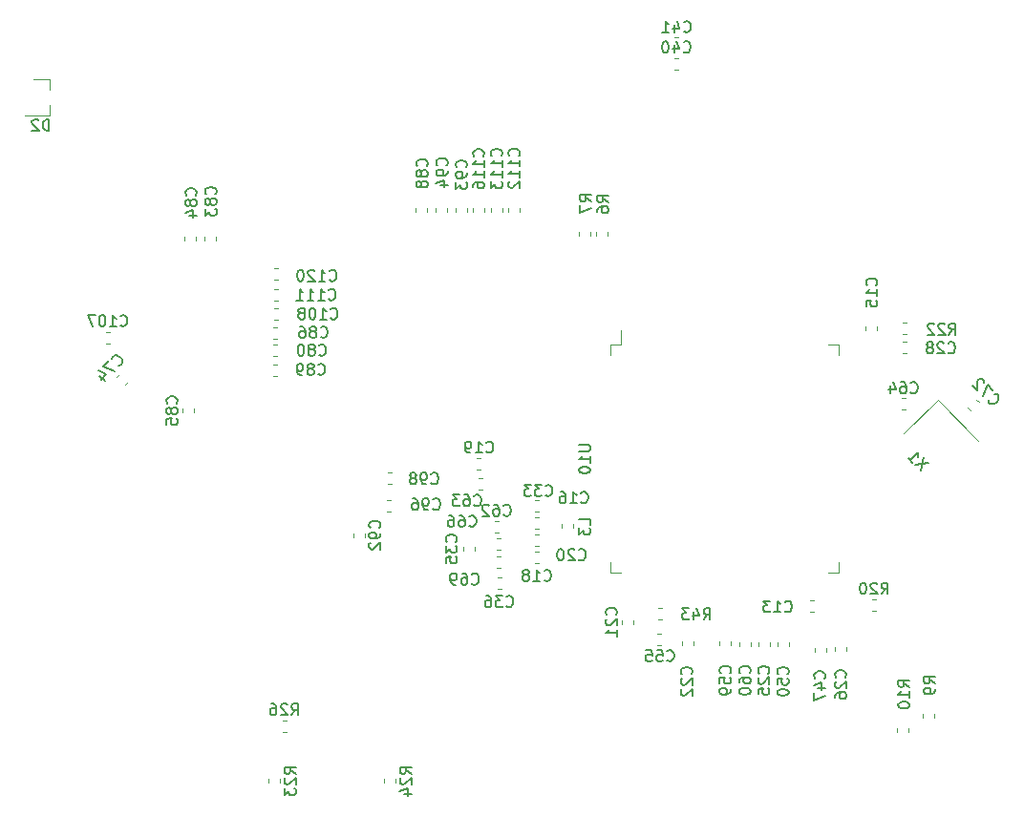
<source format=gbo>
G04 #@! TF.GenerationSoftware,KiCad,Pcbnew,6.0.0-unknown-cbea514~86~ubuntu18.04.1*
G04 #@! TF.CreationDate,2019-06-12T12:50:56-05:00*
G04 #@! TF.ProjectId,power,706f7765-722e-46b6-9963-61645f706362,rev?*
G04 #@! TF.SameCoordinates,Original*
G04 #@! TF.FileFunction,Legend,Bot*
G04 #@! TF.FilePolarity,Positive*
%FSLAX46Y46*%
G04 Gerber Fmt 4.6, Leading zero omitted, Abs format (unit mm)*
G04 Created by KiCad (PCBNEW 6.0.0-unknown-cbea514~86~ubuntu18.04.1) date 2019-06-12 12:50:56*
%MOMM*%
%LPD*%
G04 APERTURE LIST*
%ADD10C,0.120000*%
%ADD11C,0.150000*%
G04 APERTURE END LIST*
D10*
X132807527Y-91366880D02*
X132464993Y-91366880D01*
X132807527Y-92386880D02*
X132464993Y-92386880D01*
X135003274Y-87948709D02*
X135003274Y-88898709D01*
X135003274Y-88898709D02*
X134053274Y-88898709D01*
X135003274Y-69628709D02*
X135003274Y-68678709D01*
X135003274Y-68678709D02*
X134053274Y-68678709D01*
X114783274Y-87948709D02*
X114783274Y-88898709D01*
X114783274Y-88898709D02*
X115733274Y-88898709D01*
X114783274Y-69628709D02*
X114783274Y-68678709D01*
X114783274Y-68678709D02*
X115733274Y-68678709D01*
X115733274Y-68678709D02*
X115733274Y-67388709D01*
X105099967Y-89324720D02*
X104757433Y-89324720D01*
X105099967Y-90344720D02*
X104757433Y-90344720D01*
X108445147Y-85524880D02*
X108102613Y-85524880D01*
X108445147Y-86544880D02*
X108102613Y-86544880D01*
X140790987Y-76568626D02*
X143796191Y-73563422D01*
X143796191Y-73563422D02*
X147402435Y-77169666D01*
X119336667Y-92047600D02*
X118994133Y-92047600D01*
X119336667Y-93067600D02*
X118994133Y-93067600D01*
X86046267Y-101990000D02*
X85703733Y-101990000D01*
X86046267Y-103010000D02*
X85703733Y-103010000D01*
X95760000Y-107546267D02*
X95760000Y-107203733D01*
X94740000Y-107546267D02*
X94740000Y-107203733D01*
X85510000Y-107546267D02*
X85510000Y-107203733D01*
X84490000Y-107546267D02*
X84490000Y-107203733D01*
X140655253Y-67766660D02*
X140997787Y-67766660D01*
X140655253Y-66746660D02*
X140997787Y-66746660D01*
X138343487Y-92318300D02*
X138000953Y-92318300D01*
X138343487Y-91298300D02*
X138000953Y-91298300D01*
X111948500Y-59014207D02*
X111948500Y-58671673D01*
X112968500Y-59014207D02*
X112968500Y-58671673D01*
X113525840Y-58971027D02*
X113525840Y-58628493D01*
X114545840Y-58971027D02*
X114545840Y-58628493D01*
X110447360Y-84561893D02*
X110447360Y-84904427D01*
X111467360Y-84561893D02*
X111467360Y-84904427D01*
X65056800Y-45140800D02*
X65056800Y-46070800D01*
X65056800Y-48300800D02*
X65056800Y-47370800D01*
X65056800Y-48300800D02*
X62896800Y-48300800D01*
X65056800Y-45140800D02*
X63596800Y-45140800D01*
X84955667Y-62927885D02*
X85298201Y-62927885D01*
X84955667Y-61907885D02*
X85298201Y-61907885D01*
X103628920Y-56925027D02*
X103628920Y-56582493D01*
X102608920Y-56925027D02*
X102608920Y-56582493D01*
X105197603Y-56899187D02*
X105197603Y-56556653D01*
X104177603Y-56899187D02*
X104177603Y-56556653D01*
X106745799Y-56856082D02*
X106745799Y-56513548D01*
X105725799Y-56856082D02*
X105725799Y-56513548D01*
X84935910Y-64747285D02*
X85278444Y-64747285D01*
X84935910Y-63727285D02*
X85278444Y-63727285D01*
X84943417Y-66469698D02*
X85285951Y-66469698D01*
X84943417Y-65449698D02*
X85285951Y-65449698D01*
X70401027Y-67516280D02*
X70058493Y-67516280D01*
X70401027Y-68536280D02*
X70058493Y-68536280D01*
X95366217Y-80007905D02*
X95023683Y-80007905D01*
X95366217Y-81027905D02*
X95023683Y-81027905D01*
X95341287Y-82474340D02*
X94998753Y-82474340D01*
X95341287Y-83494340D02*
X94998753Y-83494340D01*
X100339620Y-56908547D02*
X100339620Y-56566013D01*
X99319620Y-56908547D02*
X99319620Y-56566013D01*
X102066820Y-56931347D02*
X102066820Y-56588813D01*
X101046820Y-56931347D02*
X101046820Y-56588813D01*
X93016800Y-85729867D02*
X93016800Y-85387333D01*
X91996800Y-85729867D02*
X91996800Y-85387333D01*
X85261267Y-71426800D02*
X84918733Y-71426800D01*
X85261267Y-70406800D02*
X84918733Y-70406800D01*
X98528600Y-56894547D02*
X98528600Y-56552013D01*
X97508600Y-56894547D02*
X97508600Y-56552013D01*
X85261267Y-69648800D02*
X84918733Y-69648800D01*
X85261267Y-68628800D02*
X84918733Y-68628800D01*
X76876180Y-74352333D02*
X76876180Y-74694867D01*
X77896180Y-74352333D02*
X77896180Y-74694867D01*
X78040960Y-59420607D02*
X78040960Y-59078073D01*
X77020960Y-59420607D02*
X77020960Y-59078073D01*
X79834200Y-59415467D02*
X79834200Y-59072933D01*
X78814200Y-59415467D02*
X78814200Y-59072933D01*
X84927593Y-68155280D02*
X85270127Y-68155280D01*
X84927593Y-67135280D02*
X85270127Y-67135280D01*
X71260480Y-71268271D02*
X71018271Y-71510480D01*
X71981729Y-71989520D02*
X71739520Y-72231729D01*
X147203920Y-73533871D02*
X147446129Y-73776080D01*
X146482671Y-74255120D02*
X146724880Y-74497329D01*
X105073521Y-87433178D02*
X104730987Y-87433178D01*
X105073521Y-88453178D02*
X104730987Y-88453178D01*
X105073521Y-85874205D02*
X104730987Y-85874205D01*
X105073521Y-86894205D02*
X104730987Y-86894205D01*
X140591753Y-74424000D02*
X140934287Y-74424000D01*
X140591753Y-73404000D02*
X140934287Y-73404000D01*
X103421267Y-80490000D02*
X103078733Y-80490000D01*
X103421267Y-81510000D02*
X103078733Y-81510000D01*
X104856067Y-84326000D02*
X104513533Y-84326000D01*
X104856067Y-85346000D02*
X104513533Y-85346000D01*
X126167420Y-95052093D02*
X126167420Y-95394627D01*
X127187420Y-95052093D02*
X127187420Y-95394627D01*
X124455460Y-95008853D02*
X124455460Y-95351387D01*
X125475460Y-95008853D02*
X125475460Y-95351387D01*
X119293487Y-94290420D02*
X118950953Y-94290420D01*
X119293487Y-95310420D02*
X118950953Y-95310420D01*
X129591280Y-95059653D02*
X129591280Y-95402187D01*
X130611280Y-95059653D02*
X130611280Y-95402187D01*
X132875560Y-95570193D02*
X132875560Y-95912727D01*
X133895560Y-95570193D02*
X133895560Y-95912727D01*
X120822258Y-41429594D02*
X120479724Y-41429594D01*
X120822258Y-42449594D02*
X120479724Y-42449594D01*
X120797435Y-43231033D02*
X120454901Y-43231033D01*
X120797435Y-44251033D02*
X120454901Y-44251033D01*
X102737380Y-86949127D02*
X102737380Y-86606593D01*
X101717380Y-86949127D02*
X101717380Y-86606593D01*
X108412127Y-82438780D02*
X108069593Y-82438780D01*
X108412127Y-83458780D02*
X108069593Y-83458780D01*
X140712373Y-69399880D02*
X141054907Y-69399880D01*
X140712373Y-68379880D02*
X141054907Y-68379880D01*
X134645940Y-95504153D02*
X134645940Y-95846687D01*
X135665940Y-95504153D02*
X135665940Y-95846687D01*
X127894620Y-95052093D02*
X127894620Y-95394627D01*
X128914620Y-95052093D02*
X128914620Y-95394627D01*
X121122980Y-95024093D02*
X121122980Y-95366627D01*
X122142980Y-95024093D02*
X122142980Y-95366627D01*
X115822000Y-93108933D02*
X115822000Y-93451467D01*
X116842000Y-93108933D02*
X116842000Y-93451467D01*
X103296267Y-78740000D02*
X102953733Y-78740000D01*
X103296267Y-79760000D02*
X102953733Y-79760000D01*
X108437527Y-87056500D02*
X108094993Y-87056500D01*
X108437527Y-88076500D02*
X108094993Y-88076500D01*
X108445147Y-83990720D02*
X108102613Y-83990720D01*
X108445147Y-85010720D02*
X108102613Y-85010720D01*
X138432000Y-67373287D02*
X138432000Y-67030753D01*
X137412000Y-67373287D02*
X137412000Y-67030753D01*
X142441200Y-101782667D02*
X142441200Y-101440133D01*
X143461200Y-101782667D02*
X143461200Y-101440133D01*
X141226000Y-103001867D02*
X141226000Y-102659333D01*
X140206000Y-103001867D02*
X140206000Y-102659333D01*
D11*
X130243817Y-92310222D02*
X130291436Y-92357841D01*
X130434293Y-92405460D01*
X130529531Y-92405460D01*
X130672388Y-92357841D01*
X130767626Y-92262603D01*
X130815245Y-92167365D01*
X130862864Y-91976889D01*
X130862864Y-91834032D01*
X130815245Y-91643556D01*
X130767626Y-91548318D01*
X130672388Y-91453080D01*
X130529531Y-91405460D01*
X130434293Y-91405460D01*
X130291436Y-91453080D01*
X130243817Y-91500699D01*
X129291436Y-92405460D02*
X129862864Y-92405460D01*
X129577150Y-92405460D02*
X129577150Y-91405460D01*
X129672388Y-91548318D01*
X129767626Y-91643556D01*
X129862864Y-91691175D01*
X128958102Y-91405460D02*
X128339055Y-91405460D01*
X128672388Y-91786413D01*
X128529531Y-91786413D01*
X128434293Y-91834032D01*
X128386674Y-91881651D01*
X128339055Y-91976889D01*
X128339055Y-92214984D01*
X128386674Y-92310222D01*
X128434293Y-92357841D01*
X128529531Y-92405460D01*
X128815245Y-92405460D01*
X128910483Y-92357841D01*
X128958102Y-92310222D01*
X111995654Y-77550613D02*
X112805178Y-77550613D01*
X112900416Y-77598232D01*
X112948035Y-77645851D01*
X112995654Y-77741089D01*
X112995654Y-77931566D01*
X112948035Y-78026804D01*
X112900416Y-78074423D01*
X112805178Y-78122042D01*
X111995654Y-78122042D01*
X112995654Y-79122042D02*
X112995654Y-78550613D01*
X112995654Y-78836328D02*
X111995654Y-78836328D01*
X112138512Y-78741089D01*
X112233750Y-78645851D01*
X112281369Y-78550613D01*
X111995654Y-79741089D02*
X111995654Y-79836328D01*
X112043274Y-79931566D01*
X112090893Y-79979185D01*
X112186131Y-80026804D01*
X112376607Y-80074423D01*
X112614702Y-80074423D01*
X112805178Y-80026804D01*
X112900416Y-79979185D01*
X112948035Y-79931566D01*
X112995654Y-79836328D01*
X112995654Y-79741089D01*
X112948035Y-79645851D01*
X112900416Y-79598232D01*
X112805178Y-79550613D01*
X112614702Y-79502994D01*
X112376607Y-79502994D01*
X112186131Y-79550613D01*
X112090893Y-79598232D01*
X112043274Y-79645851D01*
X111995654Y-79741089D01*
X105557557Y-91858102D02*
X105605176Y-91905721D01*
X105748033Y-91953340D01*
X105843271Y-91953340D01*
X105986128Y-91905721D01*
X106081366Y-91810483D01*
X106128985Y-91715245D01*
X106176604Y-91524769D01*
X106176604Y-91381912D01*
X106128985Y-91191436D01*
X106081366Y-91096198D01*
X105986128Y-91000960D01*
X105843271Y-90953340D01*
X105748033Y-90953340D01*
X105605176Y-91000960D01*
X105557557Y-91048579D01*
X105224223Y-90953340D02*
X104605176Y-90953340D01*
X104938509Y-91334293D01*
X104795652Y-91334293D01*
X104700414Y-91381912D01*
X104652795Y-91429531D01*
X104605176Y-91524769D01*
X104605176Y-91762864D01*
X104652795Y-91858102D01*
X104700414Y-91905721D01*
X104795652Y-91953340D01*
X105081366Y-91953340D01*
X105176604Y-91905721D01*
X105224223Y-91858102D01*
X103748033Y-90953340D02*
X103938509Y-90953340D01*
X104033747Y-91000960D01*
X104081366Y-91048579D01*
X104176604Y-91191436D01*
X104224223Y-91381912D01*
X104224223Y-91762864D01*
X104176604Y-91858102D01*
X104128985Y-91905721D01*
X104033747Y-91953340D01*
X103843271Y-91953340D01*
X103748033Y-91905721D01*
X103700414Y-91858102D01*
X103652795Y-91762864D01*
X103652795Y-91524769D01*
X103700414Y-91429531D01*
X103748033Y-91381912D01*
X103843271Y-91334293D01*
X104033747Y-91334293D01*
X104128985Y-91381912D01*
X104176604Y-91429531D01*
X104224223Y-91524769D01*
X111976137Y-87702662D02*
X112023756Y-87750281D01*
X112166613Y-87797900D01*
X112261851Y-87797900D01*
X112404708Y-87750281D01*
X112499946Y-87655043D01*
X112547565Y-87559805D01*
X112595184Y-87369329D01*
X112595184Y-87226472D01*
X112547565Y-87035996D01*
X112499946Y-86940758D01*
X112404708Y-86845520D01*
X112261851Y-86797900D01*
X112166613Y-86797900D01*
X112023756Y-86845520D01*
X111976137Y-86893139D01*
X111595184Y-86893139D02*
X111547565Y-86845520D01*
X111452327Y-86797900D01*
X111214232Y-86797900D01*
X111118994Y-86845520D01*
X111071375Y-86893139D01*
X111023756Y-86988377D01*
X111023756Y-87083615D01*
X111071375Y-87226472D01*
X111642803Y-87797900D01*
X111023756Y-87797900D01*
X110404708Y-86797900D02*
X110309470Y-86797900D01*
X110214232Y-86845520D01*
X110166613Y-86893139D01*
X110118994Y-86988377D01*
X110071375Y-87178853D01*
X110071375Y-87416948D01*
X110118994Y-87607424D01*
X110166613Y-87702662D01*
X110214232Y-87750281D01*
X110309470Y-87797900D01*
X110404708Y-87797900D01*
X110499946Y-87750281D01*
X110547565Y-87702662D01*
X110595184Y-87607424D01*
X110642803Y-87416948D01*
X110642803Y-87178853D01*
X110595184Y-86988377D01*
X110547565Y-86893139D01*
X110499946Y-86845520D01*
X110404708Y-86797900D01*
X142988068Y-79122627D02*
X141809557Y-79358329D01*
X142516664Y-78651223D02*
X142280962Y-79829734D01*
X141169794Y-78718566D02*
X141573855Y-79122627D01*
X141371824Y-78920597D02*
X142078931Y-78213490D01*
X142045259Y-78381849D01*
X142045259Y-78516536D01*
X142078931Y-78617551D01*
X123037837Y-93065860D02*
X123371170Y-92589670D01*
X123609265Y-93065860D02*
X123609265Y-92065860D01*
X123228313Y-92065860D01*
X123133075Y-92113480D01*
X123085456Y-92161099D01*
X123037837Y-92256337D01*
X123037837Y-92399194D01*
X123085456Y-92494432D01*
X123133075Y-92542051D01*
X123228313Y-92589670D01*
X123609265Y-92589670D01*
X122180694Y-92399194D02*
X122180694Y-93065860D01*
X122418789Y-92018241D02*
X122656884Y-92732527D01*
X122037837Y-92732527D01*
X121752122Y-92065860D02*
X121133075Y-92065860D01*
X121466408Y-92446813D01*
X121323551Y-92446813D01*
X121228313Y-92494432D01*
X121180694Y-92542051D01*
X121133075Y-92637289D01*
X121133075Y-92875384D01*
X121180694Y-92970622D01*
X121228313Y-93018241D01*
X121323551Y-93065860D01*
X121609265Y-93065860D01*
X121704503Y-93018241D01*
X121752122Y-92970622D01*
X86517857Y-101522380D02*
X86851190Y-101046190D01*
X87089285Y-101522380D02*
X87089285Y-100522380D01*
X86708333Y-100522380D01*
X86613095Y-100570000D01*
X86565476Y-100617619D01*
X86517857Y-100712857D01*
X86517857Y-100855714D01*
X86565476Y-100950952D01*
X86613095Y-100998571D01*
X86708333Y-101046190D01*
X87089285Y-101046190D01*
X86136904Y-100617619D02*
X86089285Y-100570000D01*
X85994047Y-100522380D01*
X85755952Y-100522380D01*
X85660714Y-100570000D01*
X85613095Y-100617619D01*
X85565476Y-100712857D01*
X85565476Y-100808095D01*
X85613095Y-100950952D01*
X86184523Y-101522380D01*
X85565476Y-101522380D01*
X84708333Y-100522380D02*
X84898809Y-100522380D01*
X84994047Y-100570000D01*
X85041666Y-100617619D01*
X85136904Y-100760476D01*
X85184523Y-100950952D01*
X85184523Y-101331904D01*
X85136904Y-101427142D01*
X85089285Y-101474761D01*
X84994047Y-101522380D01*
X84803571Y-101522380D01*
X84708333Y-101474761D01*
X84660714Y-101427142D01*
X84613095Y-101331904D01*
X84613095Y-101093809D01*
X84660714Y-100998571D01*
X84708333Y-100950952D01*
X84803571Y-100903333D01*
X84994047Y-100903333D01*
X85089285Y-100950952D01*
X85136904Y-100998571D01*
X85184523Y-101093809D01*
X97132380Y-106732142D02*
X96656190Y-106398809D01*
X97132380Y-106160714D02*
X96132380Y-106160714D01*
X96132380Y-106541666D01*
X96180000Y-106636904D01*
X96227619Y-106684523D01*
X96322857Y-106732142D01*
X96465714Y-106732142D01*
X96560952Y-106684523D01*
X96608571Y-106636904D01*
X96656190Y-106541666D01*
X96656190Y-106160714D01*
X96227619Y-107113095D02*
X96180000Y-107160714D01*
X96132380Y-107255952D01*
X96132380Y-107494047D01*
X96180000Y-107589285D01*
X96227619Y-107636904D01*
X96322857Y-107684523D01*
X96418095Y-107684523D01*
X96560952Y-107636904D01*
X97132380Y-107065476D01*
X97132380Y-107684523D01*
X96465714Y-108541666D02*
X97132380Y-108541666D01*
X96084761Y-108303571D02*
X96799047Y-108065476D01*
X96799047Y-108684523D01*
X86882380Y-106732142D02*
X86406190Y-106398809D01*
X86882380Y-106160714D02*
X85882380Y-106160714D01*
X85882380Y-106541666D01*
X85930000Y-106636904D01*
X85977619Y-106684523D01*
X86072857Y-106732142D01*
X86215714Y-106732142D01*
X86310952Y-106684523D01*
X86358571Y-106636904D01*
X86406190Y-106541666D01*
X86406190Y-106160714D01*
X85977619Y-107113095D02*
X85930000Y-107160714D01*
X85882380Y-107255952D01*
X85882380Y-107494047D01*
X85930000Y-107589285D01*
X85977619Y-107636904D01*
X86072857Y-107684523D01*
X86168095Y-107684523D01*
X86310952Y-107636904D01*
X86882380Y-107065476D01*
X86882380Y-107684523D01*
X85882380Y-108017857D02*
X85882380Y-108636904D01*
X86263333Y-108303571D01*
X86263333Y-108446428D01*
X86310952Y-108541666D01*
X86358571Y-108589285D01*
X86453809Y-108636904D01*
X86691904Y-108636904D01*
X86787142Y-108589285D01*
X86834761Y-108541666D01*
X86882380Y-108446428D01*
X86882380Y-108160714D01*
X86834761Y-108065476D01*
X86787142Y-108017857D01*
X144787857Y-67770000D02*
X145121190Y-67293810D01*
X145359285Y-67770000D02*
X145359285Y-66770000D01*
X144978333Y-66770000D01*
X144883095Y-66817620D01*
X144835476Y-66865239D01*
X144787857Y-66960477D01*
X144787857Y-67103334D01*
X144835476Y-67198572D01*
X144883095Y-67246191D01*
X144978333Y-67293810D01*
X145359285Y-67293810D01*
X144406904Y-66865239D02*
X144359285Y-66817620D01*
X144264047Y-66770000D01*
X144025952Y-66770000D01*
X143930714Y-66817620D01*
X143883095Y-66865239D01*
X143835476Y-66960477D01*
X143835476Y-67055715D01*
X143883095Y-67198572D01*
X144454523Y-67770000D01*
X143835476Y-67770000D01*
X143454523Y-66865239D02*
X143406904Y-66817620D01*
X143311666Y-66770000D01*
X143073571Y-66770000D01*
X142978333Y-66817620D01*
X142930714Y-66865239D01*
X142883095Y-66960477D01*
X142883095Y-67055715D01*
X142930714Y-67198572D01*
X143502142Y-67770000D01*
X142883095Y-67770000D01*
X138798537Y-90795100D02*
X139131870Y-90318910D01*
X139369965Y-90795100D02*
X139369965Y-89795100D01*
X138989013Y-89795100D01*
X138893775Y-89842720D01*
X138846156Y-89890339D01*
X138798537Y-89985577D01*
X138798537Y-90128434D01*
X138846156Y-90223672D01*
X138893775Y-90271291D01*
X138989013Y-90318910D01*
X139369965Y-90318910D01*
X138417584Y-89890339D02*
X138369965Y-89842720D01*
X138274727Y-89795100D01*
X138036632Y-89795100D01*
X137941394Y-89842720D01*
X137893775Y-89890339D01*
X137846156Y-89985577D01*
X137846156Y-90080815D01*
X137893775Y-90223672D01*
X138465203Y-90795100D01*
X137846156Y-90795100D01*
X137227108Y-89795100D02*
X137131870Y-89795100D01*
X137036632Y-89842720D01*
X136989013Y-89890339D01*
X136941394Y-89985577D01*
X136893775Y-90176053D01*
X136893775Y-90414148D01*
X136941394Y-90604624D01*
X136989013Y-90699862D01*
X137036632Y-90747481D01*
X137131870Y-90795100D01*
X137227108Y-90795100D01*
X137322346Y-90747481D01*
X137369965Y-90699862D01*
X137417584Y-90604624D01*
X137465203Y-90414148D01*
X137465203Y-90176053D01*
X137417584Y-89985577D01*
X137369965Y-89890339D01*
X137322346Y-89842720D01*
X137227108Y-89795100D01*
X113088680Y-55972413D02*
X112612490Y-55639080D01*
X113088680Y-55400984D02*
X112088680Y-55400984D01*
X112088680Y-55781937D01*
X112136300Y-55877175D01*
X112183919Y-55924794D01*
X112279157Y-55972413D01*
X112422014Y-55972413D01*
X112517252Y-55924794D01*
X112564871Y-55877175D01*
X112612490Y-55781937D01*
X112612490Y-55400984D01*
X112088680Y-56305746D02*
X112088680Y-56972413D01*
X113088680Y-56543841D01*
X114602520Y-56035913D02*
X114126330Y-55702580D01*
X114602520Y-55464484D02*
X113602520Y-55464484D01*
X113602520Y-55845437D01*
X113650140Y-55940675D01*
X113697759Y-55988294D01*
X113792997Y-56035913D01*
X113935854Y-56035913D01*
X114031092Y-55988294D01*
X114078711Y-55940675D01*
X114126330Y-55845437D01*
X114126330Y-55464484D01*
X113602520Y-56893056D02*
X113602520Y-56702580D01*
X113650140Y-56607341D01*
X113697759Y-56559722D01*
X113840616Y-56464484D01*
X114031092Y-56416865D01*
X114412044Y-56416865D01*
X114507282Y-56464484D01*
X114554901Y-56512103D01*
X114602520Y-56607341D01*
X114602520Y-56797818D01*
X114554901Y-56893056D01*
X114507282Y-56940675D01*
X114412044Y-56988294D01*
X114173949Y-56988294D01*
X114078711Y-56940675D01*
X114031092Y-56893056D01*
X113983473Y-56797818D01*
X113983473Y-56607341D01*
X114031092Y-56512103D01*
X114078711Y-56464484D01*
X114173949Y-56416865D01*
X113002320Y-84664253D02*
X113002320Y-84188062D01*
X112002320Y-84188062D01*
X112002320Y-84902348D02*
X112002320Y-85521396D01*
X112383273Y-85188062D01*
X112383273Y-85330920D01*
X112430892Y-85426158D01*
X112478511Y-85473777D01*
X112573749Y-85521396D01*
X112811844Y-85521396D01*
X112907082Y-85473777D01*
X112954701Y-85426158D01*
X113002320Y-85330920D01*
X113002320Y-85045205D01*
X112954701Y-84949967D01*
X112907082Y-84902348D01*
X65034895Y-49673180D02*
X65034895Y-48673180D01*
X64796800Y-48673180D01*
X64653942Y-48720800D01*
X64558704Y-48816038D01*
X64511085Y-48911276D01*
X64463466Y-49101752D01*
X64463466Y-49244609D01*
X64511085Y-49435085D01*
X64558704Y-49530323D01*
X64653942Y-49625561D01*
X64796800Y-49673180D01*
X65034895Y-49673180D01*
X64082514Y-48768419D02*
X64034895Y-48720800D01*
X63939657Y-48673180D01*
X63701561Y-48673180D01*
X63606323Y-48720800D01*
X63558704Y-48768419D01*
X63511085Y-48863657D01*
X63511085Y-48958895D01*
X63558704Y-49101752D01*
X64130133Y-49673180D01*
X63511085Y-49673180D01*
X89881887Y-62935122D02*
X89929506Y-62982741D01*
X90072363Y-63030360D01*
X90167601Y-63030360D01*
X90310459Y-62982741D01*
X90405697Y-62887503D01*
X90453316Y-62792265D01*
X90500935Y-62601789D01*
X90500935Y-62458932D01*
X90453316Y-62268456D01*
X90405697Y-62173218D01*
X90310459Y-62077980D01*
X90167601Y-62030360D01*
X90072363Y-62030360D01*
X89929506Y-62077980D01*
X89881887Y-62125599D01*
X88929506Y-63030360D02*
X89500935Y-63030360D01*
X89215220Y-63030360D02*
X89215220Y-62030360D01*
X89310459Y-62173218D01*
X89405697Y-62268456D01*
X89500935Y-62316075D01*
X88548554Y-62125599D02*
X88500935Y-62077980D01*
X88405697Y-62030360D01*
X88167601Y-62030360D01*
X88072363Y-62077980D01*
X88024744Y-62125599D01*
X87977125Y-62220837D01*
X87977125Y-62316075D01*
X88024744Y-62458932D01*
X88596173Y-63030360D01*
X87977125Y-63030360D01*
X87358078Y-62030360D02*
X87262840Y-62030360D01*
X87167601Y-62077980D01*
X87119982Y-62125599D01*
X87072363Y-62220837D01*
X87024744Y-62411313D01*
X87024744Y-62649408D01*
X87072363Y-62839884D01*
X87119982Y-62935122D01*
X87167601Y-62982741D01*
X87262840Y-63030360D01*
X87358078Y-63030360D01*
X87453316Y-62982741D01*
X87500935Y-62935122D01*
X87548554Y-62839884D01*
X87596173Y-62649408D01*
X87596173Y-62411313D01*
X87548554Y-62220837D01*
X87500935Y-62125599D01*
X87453316Y-62077980D01*
X87358078Y-62030360D01*
X103491302Y-51954252D02*
X103538921Y-51906633D01*
X103586540Y-51763776D01*
X103586540Y-51668538D01*
X103538921Y-51525680D01*
X103443683Y-51430442D01*
X103348445Y-51382823D01*
X103157969Y-51335204D01*
X103015112Y-51335204D01*
X102824636Y-51382823D01*
X102729398Y-51430442D01*
X102634160Y-51525680D01*
X102586540Y-51668538D01*
X102586540Y-51763776D01*
X102634160Y-51906633D01*
X102681779Y-51954252D01*
X103586540Y-52906633D02*
X103586540Y-52335204D01*
X103586540Y-52620919D02*
X102586540Y-52620919D01*
X102729398Y-52525680D01*
X102824636Y-52430442D01*
X102872255Y-52335204D01*
X103586540Y-53859014D02*
X103586540Y-53287585D01*
X103586540Y-53573300D02*
X102586540Y-53573300D01*
X102729398Y-53478061D01*
X102824636Y-53382823D01*
X102872255Y-53287585D01*
X102586540Y-54716157D02*
X102586540Y-54525680D01*
X102634160Y-54430442D01*
X102681779Y-54382823D01*
X102824636Y-54287585D01*
X103015112Y-54239966D01*
X103396064Y-54239966D01*
X103491302Y-54287585D01*
X103538921Y-54335204D01*
X103586540Y-54430442D01*
X103586540Y-54620919D01*
X103538921Y-54716157D01*
X103491302Y-54763776D01*
X103396064Y-54811395D01*
X103157969Y-54811395D01*
X103062731Y-54763776D01*
X103015112Y-54716157D01*
X102967493Y-54620919D01*
X102967493Y-54430442D01*
X103015112Y-54335204D01*
X103062731Y-54287585D01*
X103157969Y-54239966D01*
X105083882Y-51928852D02*
X105131501Y-51881233D01*
X105179120Y-51738376D01*
X105179120Y-51643138D01*
X105131501Y-51500280D01*
X105036263Y-51405042D01*
X104941025Y-51357423D01*
X104750549Y-51309804D01*
X104607692Y-51309804D01*
X104417216Y-51357423D01*
X104321978Y-51405042D01*
X104226740Y-51500280D01*
X104179120Y-51643138D01*
X104179120Y-51738376D01*
X104226740Y-51881233D01*
X104274359Y-51928852D01*
X105179120Y-52881233D02*
X105179120Y-52309804D01*
X105179120Y-52595519D02*
X104179120Y-52595519D01*
X104321978Y-52500280D01*
X104417216Y-52405042D01*
X104464835Y-52309804D01*
X105179120Y-53833614D02*
X105179120Y-53262185D01*
X105179120Y-53547900D02*
X104179120Y-53547900D01*
X104321978Y-53452661D01*
X104417216Y-53357423D01*
X104464835Y-53262185D01*
X104179120Y-54166947D02*
X104179120Y-54785995D01*
X104560073Y-54452661D01*
X104560073Y-54595519D01*
X104607692Y-54690757D01*
X104655311Y-54738376D01*
X104750549Y-54785995D01*
X104988644Y-54785995D01*
X105083882Y-54738376D01*
X105131501Y-54690757D01*
X105179120Y-54595519D01*
X105179120Y-54309804D01*
X105131501Y-54214566D01*
X105083882Y-54166947D01*
X106653602Y-51911072D02*
X106701221Y-51863453D01*
X106748840Y-51720596D01*
X106748840Y-51625358D01*
X106701221Y-51482500D01*
X106605983Y-51387262D01*
X106510745Y-51339643D01*
X106320269Y-51292024D01*
X106177412Y-51292024D01*
X105986936Y-51339643D01*
X105891698Y-51387262D01*
X105796460Y-51482500D01*
X105748840Y-51625358D01*
X105748840Y-51720596D01*
X105796460Y-51863453D01*
X105844079Y-51911072D01*
X106748840Y-52863453D02*
X106748840Y-52292024D01*
X106748840Y-52577739D02*
X105748840Y-52577739D01*
X105891698Y-52482500D01*
X105986936Y-52387262D01*
X106034555Y-52292024D01*
X106748840Y-53815834D02*
X106748840Y-53244405D01*
X106748840Y-53530120D02*
X105748840Y-53530120D01*
X105891698Y-53434881D01*
X105986936Y-53339643D01*
X106034555Y-53244405D01*
X105844079Y-54196786D02*
X105796460Y-54244405D01*
X105748840Y-54339643D01*
X105748840Y-54577739D01*
X105796460Y-54672977D01*
X105844079Y-54720596D01*
X105939317Y-54768215D01*
X106034555Y-54768215D01*
X106177412Y-54720596D01*
X106748840Y-54149167D01*
X106748840Y-54768215D01*
X89808227Y-64629302D02*
X89855846Y-64676921D01*
X89998703Y-64724540D01*
X90093941Y-64724540D01*
X90236799Y-64676921D01*
X90332037Y-64581683D01*
X90379656Y-64486445D01*
X90427275Y-64295969D01*
X90427275Y-64153112D01*
X90379656Y-63962636D01*
X90332037Y-63867398D01*
X90236799Y-63772160D01*
X90093941Y-63724540D01*
X89998703Y-63724540D01*
X89855846Y-63772160D01*
X89808227Y-63819779D01*
X88855846Y-64724540D02*
X89427275Y-64724540D01*
X89141560Y-64724540D02*
X89141560Y-63724540D01*
X89236799Y-63867398D01*
X89332037Y-63962636D01*
X89427275Y-64010255D01*
X87903465Y-64724540D02*
X88474894Y-64724540D01*
X88189180Y-64724540D02*
X88189180Y-63724540D01*
X88284418Y-63867398D01*
X88379656Y-63962636D01*
X88474894Y-64010255D01*
X86951084Y-64724540D02*
X87522513Y-64724540D01*
X87236799Y-64724540D02*
X87236799Y-63724540D01*
X87332037Y-63867398D01*
X87427275Y-63962636D01*
X87522513Y-64010255D01*
X89986027Y-66323482D02*
X90033646Y-66371101D01*
X90176503Y-66418720D01*
X90271741Y-66418720D01*
X90414599Y-66371101D01*
X90509837Y-66275863D01*
X90557456Y-66180625D01*
X90605075Y-65990149D01*
X90605075Y-65847292D01*
X90557456Y-65656816D01*
X90509837Y-65561578D01*
X90414599Y-65466340D01*
X90271741Y-65418720D01*
X90176503Y-65418720D01*
X90033646Y-65466340D01*
X89986027Y-65513959D01*
X89033646Y-66418720D02*
X89605075Y-66418720D01*
X89319360Y-66418720D02*
X89319360Y-65418720D01*
X89414599Y-65561578D01*
X89509837Y-65656816D01*
X89605075Y-65704435D01*
X88414599Y-65418720D02*
X88319360Y-65418720D01*
X88224122Y-65466340D01*
X88176503Y-65513959D01*
X88128884Y-65609197D01*
X88081265Y-65799673D01*
X88081265Y-66037768D01*
X88128884Y-66228244D01*
X88176503Y-66323482D01*
X88224122Y-66371101D01*
X88319360Y-66418720D01*
X88414599Y-66418720D01*
X88509837Y-66371101D01*
X88557456Y-66323482D01*
X88605075Y-66228244D01*
X88652694Y-66037768D01*
X88652694Y-65799673D01*
X88605075Y-65609197D01*
X88557456Y-65513959D01*
X88509837Y-65466340D01*
X88414599Y-65418720D01*
X87509837Y-65847292D02*
X87605075Y-65799673D01*
X87652694Y-65752054D01*
X87700313Y-65656816D01*
X87700313Y-65609197D01*
X87652694Y-65513959D01*
X87605075Y-65466340D01*
X87509837Y-65418720D01*
X87319360Y-65418720D01*
X87224122Y-65466340D01*
X87176503Y-65513959D01*
X87128884Y-65609197D01*
X87128884Y-65656816D01*
X87176503Y-65752054D01*
X87224122Y-65799673D01*
X87319360Y-65847292D01*
X87509837Y-65847292D01*
X87605075Y-65894911D01*
X87652694Y-65942530D01*
X87700313Y-66037768D01*
X87700313Y-66228244D01*
X87652694Y-66323482D01*
X87605075Y-66371101D01*
X87509837Y-66418720D01*
X87319360Y-66418720D01*
X87224122Y-66371101D01*
X87176503Y-66323482D01*
X87128884Y-66228244D01*
X87128884Y-66037768D01*
X87176503Y-65942530D01*
X87224122Y-65894911D01*
X87319360Y-65847292D01*
X71348807Y-66953422D02*
X71396426Y-67001041D01*
X71539283Y-67048660D01*
X71634521Y-67048660D01*
X71777379Y-67001041D01*
X71872617Y-66905803D01*
X71920236Y-66810565D01*
X71967855Y-66620089D01*
X71967855Y-66477232D01*
X71920236Y-66286756D01*
X71872617Y-66191518D01*
X71777379Y-66096280D01*
X71634521Y-66048660D01*
X71539283Y-66048660D01*
X71396426Y-66096280D01*
X71348807Y-66143899D01*
X70396426Y-67048660D02*
X70967855Y-67048660D01*
X70682140Y-67048660D02*
X70682140Y-66048660D01*
X70777379Y-66191518D01*
X70872617Y-66286756D01*
X70967855Y-66334375D01*
X69777379Y-66048660D02*
X69682140Y-66048660D01*
X69586902Y-66096280D01*
X69539283Y-66143899D01*
X69491664Y-66239137D01*
X69444045Y-66429613D01*
X69444045Y-66667708D01*
X69491664Y-66858184D01*
X69539283Y-66953422D01*
X69586902Y-67001041D01*
X69682140Y-67048660D01*
X69777379Y-67048660D01*
X69872617Y-67001041D01*
X69920236Y-66953422D01*
X69967855Y-66858184D01*
X70015474Y-66667708D01*
X70015474Y-66429613D01*
X69967855Y-66239137D01*
X69920236Y-66143899D01*
X69872617Y-66096280D01*
X69777379Y-66048660D01*
X69110712Y-66048660D02*
X68444045Y-66048660D01*
X68872617Y-67048660D01*
X98897677Y-80946262D02*
X98945296Y-80993881D01*
X99088153Y-81041500D01*
X99183391Y-81041500D01*
X99326248Y-80993881D01*
X99421486Y-80898643D01*
X99469105Y-80803405D01*
X99516724Y-80612929D01*
X99516724Y-80470072D01*
X99469105Y-80279596D01*
X99421486Y-80184358D01*
X99326248Y-80089120D01*
X99183391Y-80041500D01*
X99088153Y-80041500D01*
X98945296Y-80089120D01*
X98897677Y-80136739D01*
X98421486Y-81041500D02*
X98231010Y-81041500D01*
X98135772Y-80993881D01*
X98088153Y-80946262D01*
X97992915Y-80803405D01*
X97945296Y-80612929D01*
X97945296Y-80231977D01*
X97992915Y-80136739D01*
X98040534Y-80089120D01*
X98135772Y-80041500D01*
X98326248Y-80041500D01*
X98421486Y-80089120D01*
X98469105Y-80136739D01*
X98516724Y-80231977D01*
X98516724Y-80470072D01*
X98469105Y-80565310D01*
X98421486Y-80612929D01*
X98326248Y-80660548D01*
X98135772Y-80660548D01*
X98040534Y-80612929D01*
X97992915Y-80565310D01*
X97945296Y-80470072D01*
X97373867Y-80470072D02*
X97469105Y-80422453D01*
X97516724Y-80374834D01*
X97564343Y-80279596D01*
X97564343Y-80231977D01*
X97516724Y-80136739D01*
X97469105Y-80089120D01*
X97373867Y-80041500D01*
X97183391Y-80041500D01*
X97088153Y-80089120D01*
X97040534Y-80136739D01*
X96992915Y-80231977D01*
X96992915Y-80279596D01*
X97040534Y-80374834D01*
X97088153Y-80422453D01*
X97183391Y-80470072D01*
X97373867Y-80470072D01*
X97469105Y-80517691D01*
X97516724Y-80565310D01*
X97564343Y-80660548D01*
X97564343Y-80851024D01*
X97516724Y-80946262D01*
X97469105Y-80993881D01*
X97373867Y-81041500D01*
X97183391Y-81041500D01*
X97088153Y-80993881D01*
X97040534Y-80946262D01*
X96992915Y-80851024D01*
X96992915Y-80660548D01*
X97040534Y-80565310D01*
X97088153Y-80517691D01*
X97183391Y-80470072D01*
X99067857Y-83219562D02*
X99115476Y-83267181D01*
X99258333Y-83314800D01*
X99353571Y-83314800D01*
X99496428Y-83267181D01*
X99591666Y-83171943D01*
X99639285Y-83076705D01*
X99686904Y-82886229D01*
X99686904Y-82743372D01*
X99639285Y-82552896D01*
X99591666Y-82457658D01*
X99496428Y-82362420D01*
X99353571Y-82314800D01*
X99258333Y-82314800D01*
X99115476Y-82362420D01*
X99067857Y-82410039D01*
X98591666Y-83314800D02*
X98401190Y-83314800D01*
X98305952Y-83267181D01*
X98258333Y-83219562D01*
X98163095Y-83076705D01*
X98115476Y-82886229D01*
X98115476Y-82505277D01*
X98163095Y-82410039D01*
X98210714Y-82362420D01*
X98305952Y-82314800D01*
X98496428Y-82314800D01*
X98591666Y-82362420D01*
X98639285Y-82410039D01*
X98686904Y-82505277D01*
X98686904Y-82743372D01*
X98639285Y-82838610D01*
X98591666Y-82886229D01*
X98496428Y-82933848D01*
X98305952Y-82933848D01*
X98210714Y-82886229D01*
X98163095Y-82838610D01*
X98115476Y-82743372D01*
X97258333Y-82314800D02*
X97448809Y-82314800D01*
X97544047Y-82362420D01*
X97591666Y-82410039D01*
X97686904Y-82552896D01*
X97734523Y-82743372D01*
X97734523Y-83124324D01*
X97686904Y-83219562D01*
X97639285Y-83267181D01*
X97544047Y-83314800D01*
X97353571Y-83314800D01*
X97258333Y-83267181D01*
X97210714Y-83219562D01*
X97163095Y-83124324D01*
X97163095Y-82886229D01*
X97210714Y-82790991D01*
X97258333Y-82743372D01*
X97353571Y-82695753D01*
X97544047Y-82695753D01*
X97639285Y-82743372D01*
X97686904Y-82790991D01*
X97734523Y-82886229D01*
X100252802Y-52747942D02*
X100300421Y-52700323D01*
X100348040Y-52557466D01*
X100348040Y-52462228D01*
X100300421Y-52319371D01*
X100205183Y-52224133D01*
X100109945Y-52176514D01*
X99919469Y-52128895D01*
X99776612Y-52128895D01*
X99586136Y-52176514D01*
X99490898Y-52224133D01*
X99395660Y-52319371D01*
X99348040Y-52462228D01*
X99348040Y-52557466D01*
X99395660Y-52700323D01*
X99443279Y-52747942D01*
X100348040Y-53224133D02*
X100348040Y-53414609D01*
X100300421Y-53509847D01*
X100252802Y-53557466D01*
X100109945Y-53652704D01*
X99919469Y-53700323D01*
X99538517Y-53700323D01*
X99443279Y-53652704D01*
X99395660Y-53605085D01*
X99348040Y-53509847D01*
X99348040Y-53319371D01*
X99395660Y-53224133D01*
X99443279Y-53176514D01*
X99538517Y-53128895D01*
X99776612Y-53128895D01*
X99871850Y-53176514D01*
X99919469Y-53224133D01*
X99967088Y-53319371D01*
X99967088Y-53509847D01*
X99919469Y-53605085D01*
X99871850Y-53652704D01*
X99776612Y-53700323D01*
X99681374Y-54557466D02*
X100348040Y-54557466D01*
X99300421Y-54319371D02*
X100014707Y-54081276D01*
X100014707Y-54700323D01*
X101974922Y-52938442D02*
X102022541Y-52890823D01*
X102070160Y-52747966D01*
X102070160Y-52652728D01*
X102022541Y-52509871D01*
X101927303Y-52414633D01*
X101832065Y-52367014D01*
X101641589Y-52319395D01*
X101498732Y-52319395D01*
X101308256Y-52367014D01*
X101213018Y-52414633D01*
X101117780Y-52509871D01*
X101070160Y-52652728D01*
X101070160Y-52747966D01*
X101117780Y-52890823D01*
X101165399Y-52938442D01*
X102070160Y-53414633D02*
X102070160Y-53605109D01*
X102022541Y-53700347D01*
X101974922Y-53747966D01*
X101832065Y-53843204D01*
X101641589Y-53890823D01*
X101260637Y-53890823D01*
X101165399Y-53843204D01*
X101117780Y-53795585D01*
X101070160Y-53700347D01*
X101070160Y-53509871D01*
X101117780Y-53414633D01*
X101165399Y-53367014D01*
X101260637Y-53319395D01*
X101498732Y-53319395D01*
X101593970Y-53367014D01*
X101641589Y-53414633D01*
X101689208Y-53509871D01*
X101689208Y-53700347D01*
X101641589Y-53795585D01*
X101593970Y-53843204D01*
X101498732Y-53890823D01*
X101070160Y-54224157D02*
X101070160Y-54843204D01*
X101451113Y-54509871D01*
X101451113Y-54652728D01*
X101498732Y-54747966D01*
X101546351Y-54795585D01*
X101641589Y-54843204D01*
X101879684Y-54843204D01*
X101974922Y-54795585D01*
X102022541Y-54747966D01*
X102070160Y-54652728D01*
X102070160Y-54367014D01*
X102022541Y-54271776D01*
X101974922Y-54224157D01*
X94293942Y-84915742D02*
X94341561Y-84868123D01*
X94389180Y-84725266D01*
X94389180Y-84630028D01*
X94341561Y-84487171D01*
X94246323Y-84391933D01*
X94151085Y-84344314D01*
X93960609Y-84296695D01*
X93817752Y-84296695D01*
X93627276Y-84344314D01*
X93532038Y-84391933D01*
X93436800Y-84487171D01*
X93389180Y-84630028D01*
X93389180Y-84725266D01*
X93436800Y-84868123D01*
X93484419Y-84915742D01*
X94389180Y-85391933D02*
X94389180Y-85582409D01*
X94341561Y-85677647D01*
X94293942Y-85725266D01*
X94151085Y-85820504D01*
X93960609Y-85868123D01*
X93579657Y-85868123D01*
X93484419Y-85820504D01*
X93436800Y-85772885D01*
X93389180Y-85677647D01*
X93389180Y-85487171D01*
X93436800Y-85391933D01*
X93484419Y-85344314D01*
X93579657Y-85296695D01*
X93817752Y-85296695D01*
X93912990Y-85344314D01*
X93960609Y-85391933D01*
X94008228Y-85487171D01*
X94008228Y-85677647D01*
X93960609Y-85772885D01*
X93912990Y-85820504D01*
X93817752Y-85868123D01*
X93484419Y-86249076D02*
X93436800Y-86296695D01*
X93389180Y-86391933D01*
X93389180Y-86630028D01*
X93436800Y-86725266D01*
X93484419Y-86772885D01*
X93579657Y-86820504D01*
X93674895Y-86820504D01*
X93817752Y-86772885D01*
X94389180Y-86201457D01*
X94389180Y-86820504D01*
X88877377Y-71276482D02*
X88924996Y-71324101D01*
X89067853Y-71371720D01*
X89163091Y-71371720D01*
X89305948Y-71324101D01*
X89401186Y-71228863D01*
X89448805Y-71133625D01*
X89496424Y-70943149D01*
X89496424Y-70800292D01*
X89448805Y-70609816D01*
X89401186Y-70514578D01*
X89305948Y-70419340D01*
X89163091Y-70371720D01*
X89067853Y-70371720D01*
X88924996Y-70419340D01*
X88877377Y-70466959D01*
X88305948Y-70800292D02*
X88401186Y-70752673D01*
X88448805Y-70705054D01*
X88496424Y-70609816D01*
X88496424Y-70562197D01*
X88448805Y-70466959D01*
X88401186Y-70419340D01*
X88305948Y-70371720D01*
X88115472Y-70371720D01*
X88020234Y-70419340D01*
X87972615Y-70466959D01*
X87924996Y-70562197D01*
X87924996Y-70609816D01*
X87972615Y-70705054D01*
X88020234Y-70752673D01*
X88115472Y-70800292D01*
X88305948Y-70800292D01*
X88401186Y-70847911D01*
X88448805Y-70895530D01*
X88496424Y-70990768D01*
X88496424Y-71181244D01*
X88448805Y-71276482D01*
X88401186Y-71324101D01*
X88305948Y-71371720D01*
X88115472Y-71371720D01*
X88020234Y-71324101D01*
X87972615Y-71276482D01*
X87924996Y-71181244D01*
X87924996Y-70990768D01*
X87972615Y-70895530D01*
X88020234Y-70847911D01*
X88115472Y-70800292D01*
X87448805Y-71371720D02*
X87258329Y-71371720D01*
X87163091Y-71324101D01*
X87115472Y-71276482D01*
X87020234Y-71133625D01*
X86972615Y-70943149D01*
X86972615Y-70562197D01*
X87020234Y-70466959D01*
X87067853Y-70419340D01*
X87163091Y-70371720D01*
X87353567Y-70371720D01*
X87448805Y-70419340D01*
X87496424Y-70466959D01*
X87544043Y-70562197D01*
X87544043Y-70800292D01*
X87496424Y-70895530D01*
X87448805Y-70943149D01*
X87353567Y-70990768D01*
X87163091Y-70990768D01*
X87067853Y-70943149D01*
X87020234Y-70895530D01*
X86972615Y-70800292D01*
X98479882Y-52824142D02*
X98527501Y-52776523D01*
X98575120Y-52633666D01*
X98575120Y-52538428D01*
X98527501Y-52395571D01*
X98432263Y-52300333D01*
X98337025Y-52252714D01*
X98146549Y-52205095D01*
X98003692Y-52205095D01*
X97813216Y-52252714D01*
X97717978Y-52300333D01*
X97622740Y-52395571D01*
X97575120Y-52538428D01*
X97575120Y-52633666D01*
X97622740Y-52776523D01*
X97670359Y-52824142D01*
X98003692Y-53395571D02*
X97956073Y-53300333D01*
X97908454Y-53252714D01*
X97813216Y-53205095D01*
X97765597Y-53205095D01*
X97670359Y-53252714D01*
X97622740Y-53300333D01*
X97575120Y-53395571D01*
X97575120Y-53586047D01*
X97622740Y-53681285D01*
X97670359Y-53728904D01*
X97765597Y-53776523D01*
X97813216Y-53776523D01*
X97908454Y-53728904D01*
X97956073Y-53681285D01*
X98003692Y-53586047D01*
X98003692Y-53395571D01*
X98051311Y-53300333D01*
X98098930Y-53252714D01*
X98194168Y-53205095D01*
X98384644Y-53205095D01*
X98479882Y-53252714D01*
X98527501Y-53300333D01*
X98575120Y-53395571D01*
X98575120Y-53586047D01*
X98527501Y-53681285D01*
X98479882Y-53728904D01*
X98384644Y-53776523D01*
X98194168Y-53776523D01*
X98098930Y-53728904D01*
X98051311Y-53681285D01*
X98003692Y-53586047D01*
X98003692Y-54347952D02*
X97956073Y-54252714D01*
X97908454Y-54205095D01*
X97813216Y-54157476D01*
X97765597Y-54157476D01*
X97670359Y-54205095D01*
X97622740Y-54252714D01*
X97575120Y-54347952D01*
X97575120Y-54538428D01*
X97622740Y-54633666D01*
X97670359Y-54681285D01*
X97765597Y-54728904D01*
X97813216Y-54728904D01*
X97908454Y-54681285D01*
X97956073Y-54633666D01*
X98003692Y-54538428D01*
X98003692Y-54347952D01*
X98051311Y-54252714D01*
X98098930Y-54205095D01*
X98194168Y-54157476D01*
X98384644Y-54157476D01*
X98479882Y-54205095D01*
X98527501Y-54252714D01*
X98575120Y-54347952D01*
X98575120Y-54538428D01*
X98527501Y-54633666D01*
X98479882Y-54681285D01*
X98384644Y-54728904D01*
X98194168Y-54728904D01*
X98098930Y-54681285D01*
X98051311Y-54633666D01*
X98003692Y-54538428D01*
X89090737Y-67966862D02*
X89138356Y-68014481D01*
X89281213Y-68062100D01*
X89376451Y-68062100D01*
X89519308Y-68014481D01*
X89614546Y-67919243D01*
X89662165Y-67824005D01*
X89709784Y-67633529D01*
X89709784Y-67490672D01*
X89662165Y-67300196D01*
X89614546Y-67204958D01*
X89519308Y-67109720D01*
X89376451Y-67062100D01*
X89281213Y-67062100D01*
X89138356Y-67109720D01*
X89090737Y-67157339D01*
X88519308Y-67490672D02*
X88614546Y-67443053D01*
X88662165Y-67395434D01*
X88709784Y-67300196D01*
X88709784Y-67252577D01*
X88662165Y-67157339D01*
X88614546Y-67109720D01*
X88519308Y-67062100D01*
X88328832Y-67062100D01*
X88233594Y-67109720D01*
X88185975Y-67157339D01*
X88138356Y-67252577D01*
X88138356Y-67300196D01*
X88185975Y-67395434D01*
X88233594Y-67443053D01*
X88328832Y-67490672D01*
X88519308Y-67490672D01*
X88614546Y-67538291D01*
X88662165Y-67585910D01*
X88709784Y-67681148D01*
X88709784Y-67871624D01*
X88662165Y-67966862D01*
X88614546Y-68014481D01*
X88519308Y-68062100D01*
X88328832Y-68062100D01*
X88233594Y-68014481D01*
X88185975Y-67966862D01*
X88138356Y-67871624D01*
X88138356Y-67681148D01*
X88185975Y-67585910D01*
X88233594Y-67538291D01*
X88328832Y-67490672D01*
X87281213Y-67062100D02*
X87471689Y-67062100D01*
X87566927Y-67109720D01*
X87614546Y-67157339D01*
X87709784Y-67300196D01*
X87757403Y-67490672D01*
X87757403Y-67871624D01*
X87709784Y-67966862D01*
X87662165Y-68014481D01*
X87566927Y-68062100D01*
X87376451Y-68062100D01*
X87281213Y-68014481D01*
X87233594Y-67966862D01*
X87185975Y-67871624D01*
X87185975Y-67633529D01*
X87233594Y-67538291D01*
X87281213Y-67490672D01*
X87376451Y-67443053D01*
X87566927Y-67443053D01*
X87662165Y-67490672D01*
X87709784Y-67538291D01*
X87757403Y-67633529D01*
X76313322Y-73880742D02*
X76360941Y-73833123D01*
X76408560Y-73690266D01*
X76408560Y-73595028D01*
X76360941Y-73452171D01*
X76265703Y-73356933D01*
X76170465Y-73309314D01*
X75979989Y-73261695D01*
X75837132Y-73261695D01*
X75646656Y-73309314D01*
X75551418Y-73356933D01*
X75456180Y-73452171D01*
X75408560Y-73595028D01*
X75408560Y-73690266D01*
X75456180Y-73833123D01*
X75503799Y-73880742D01*
X75837132Y-74452171D02*
X75789513Y-74356933D01*
X75741894Y-74309314D01*
X75646656Y-74261695D01*
X75599037Y-74261695D01*
X75503799Y-74309314D01*
X75456180Y-74356933D01*
X75408560Y-74452171D01*
X75408560Y-74642647D01*
X75456180Y-74737885D01*
X75503799Y-74785504D01*
X75599037Y-74833123D01*
X75646656Y-74833123D01*
X75741894Y-74785504D01*
X75789513Y-74737885D01*
X75837132Y-74642647D01*
X75837132Y-74452171D01*
X75884751Y-74356933D01*
X75932370Y-74309314D01*
X76027608Y-74261695D01*
X76218084Y-74261695D01*
X76313322Y-74309314D01*
X76360941Y-74356933D01*
X76408560Y-74452171D01*
X76408560Y-74642647D01*
X76360941Y-74737885D01*
X76313322Y-74785504D01*
X76218084Y-74833123D01*
X76027608Y-74833123D01*
X75932370Y-74785504D01*
X75884751Y-74737885D01*
X75837132Y-74642647D01*
X75408560Y-75737885D02*
X75408560Y-75261695D01*
X75884751Y-75214076D01*
X75837132Y-75261695D01*
X75789513Y-75356933D01*
X75789513Y-75595028D01*
X75837132Y-75690266D01*
X75884751Y-75737885D01*
X75979989Y-75785504D01*
X76218084Y-75785504D01*
X76313322Y-75737885D01*
X76360941Y-75690266D01*
X76408560Y-75595028D01*
X76408560Y-75356933D01*
X76360941Y-75261695D01*
X76313322Y-75214076D01*
X78012562Y-55420022D02*
X78060181Y-55372403D01*
X78107800Y-55229546D01*
X78107800Y-55134308D01*
X78060181Y-54991451D01*
X77964943Y-54896213D01*
X77869705Y-54848594D01*
X77679229Y-54800975D01*
X77536372Y-54800975D01*
X77345896Y-54848594D01*
X77250658Y-54896213D01*
X77155420Y-54991451D01*
X77107800Y-55134308D01*
X77107800Y-55229546D01*
X77155420Y-55372403D01*
X77203039Y-55420022D01*
X77536372Y-55991451D02*
X77488753Y-55896213D01*
X77441134Y-55848594D01*
X77345896Y-55800975D01*
X77298277Y-55800975D01*
X77203039Y-55848594D01*
X77155420Y-55896213D01*
X77107800Y-55991451D01*
X77107800Y-56181927D01*
X77155420Y-56277165D01*
X77203039Y-56324784D01*
X77298277Y-56372403D01*
X77345896Y-56372403D01*
X77441134Y-56324784D01*
X77488753Y-56277165D01*
X77536372Y-56181927D01*
X77536372Y-55991451D01*
X77583991Y-55896213D01*
X77631610Y-55848594D01*
X77726848Y-55800975D01*
X77917324Y-55800975D01*
X78012562Y-55848594D01*
X78060181Y-55896213D01*
X78107800Y-55991451D01*
X78107800Y-56181927D01*
X78060181Y-56277165D01*
X78012562Y-56324784D01*
X77917324Y-56372403D01*
X77726848Y-56372403D01*
X77631610Y-56324784D01*
X77583991Y-56277165D01*
X77536372Y-56181927D01*
X77441134Y-57229546D02*
X78107800Y-57229546D01*
X77060181Y-56991451D02*
X77774467Y-56753356D01*
X77774467Y-57372403D01*
X79760082Y-55313342D02*
X79807701Y-55265723D01*
X79855320Y-55122866D01*
X79855320Y-55027628D01*
X79807701Y-54884771D01*
X79712463Y-54789533D01*
X79617225Y-54741914D01*
X79426749Y-54694295D01*
X79283892Y-54694295D01*
X79093416Y-54741914D01*
X78998178Y-54789533D01*
X78902940Y-54884771D01*
X78855320Y-55027628D01*
X78855320Y-55122866D01*
X78902940Y-55265723D01*
X78950559Y-55313342D01*
X79283892Y-55884771D02*
X79236273Y-55789533D01*
X79188654Y-55741914D01*
X79093416Y-55694295D01*
X79045797Y-55694295D01*
X78950559Y-55741914D01*
X78902940Y-55789533D01*
X78855320Y-55884771D01*
X78855320Y-56075247D01*
X78902940Y-56170485D01*
X78950559Y-56218104D01*
X79045797Y-56265723D01*
X79093416Y-56265723D01*
X79188654Y-56218104D01*
X79236273Y-56170485D01*
X79283892Y-56075247D01*
X79283892Y-55884771D01*
X79331511Y-55789533D01*
X79379130Y-55741914D01*
X79474368Y-55694295D01*
X79664844Y-55694295D01*
X79760082Y-55741914D01*
X79807701Y-55789533D01*
X79855320Y-55884771D01*
X79855320Y-56075247D01*
X79807701Y-56170485D01*
X79760082Y-56218104D01*
X79664844Y-56265723D01*
X79474368Y-56265723D01*
X79379130Y-56218104D01*
X79331511Y-56170485D01*
X79283892Y-56075247D01*
X78855320Y-56599057D02*
X78855320Y-57218104D01*
X79236273Y-56884771D01*
X79236273Y-57027628D01*
X79283892Y-57122866D01*
X79331511Y-57170485D01*
X79426749Y-57218104D01*
X79664844Y-57218104D01*
X79760082Y-57170485D01*
X79807701Y-57122866D01*
X79855320Y-57027628D01*
X79855320Y-56741914D01*
X79807701Y-56646676D01*
X79760082Y-56599057D01*
X88961197Y-69549282D02*
X89008816Y-69596901D01*
X89151673Y-69644520D01*
X89246911Y-69644520D01*
X89389768Y-69596901D01*
X89485006Y-69501663D01*
X89532625Y-69406425D01*
X89580244Y-69215949D01*
X89580244Y-69073092D01*
X89532625Y-68882616D01*
X89485006Y-68787378D01*
X89389768Y-68692140D01*
X89246911Y-68644520D01*
X89151673Y-68644520D01*
X89008816Y-68692140D01*
X88961197Y-68739759D01*
X88389768Y-69073092D02*
X88485006Y-69025473D01*
X88532625Y-68977854D01*
X88580244Y-68882616D01*
X88580244Y-68834997D01*
X88532625Y-68739759D01*
X88485006Y-68692140D01*
X88389768Y-68644520D01*
X88199292Y-68644520D01*
X88104054Y-68692140D01*
X88056435Y-68739759D01*
X88008816Y-68834997D01*
X88008816Y-68882616D01*
X88056435Y-68977854D01*
X88104054Y-69025473D01*
X88199292Y-69073092D01*
X88389768Y-69073092D01*
X88485006Y-69120711D01*
X88532625Y-69168330D01*
X88580244Y-69263568D01*
X88580244Y-69454044D01*
X88532625Y-69549282D01*
X88485006Y-69596901D01*
X88389768Y-69644520D01*
X88199292Y-69644520D01*
X88104054Y-69596901D01*
X88056435Y-69549282D01*
X88008816Y-69454044D01*
X88008816Y-69263568D01*
X88056435Y-69168330D01*
X88104054Y-69120711D01*
X88199292Y-69073092D01*
X87389768Y-68644520D02*
X87294530Y-68644520D01*
X87199292Y-68692140D01*
X87151673Y-68739759D01*
X87104054Y-68834997D01*
X87056435Y-69025473D01*
X87056435Y-69263568D01*
X87104054Y-69454044D01*
X87151673Y-69549282D01*
X87199292Y-69596901D01*
X87294530Y-69644520D01*
X87389768Y-69644520D01*
X87485006Y-69596901D01*
X87532625Y-69549282D01*
X87580244Y-69454044D01*
X87627863Y-69263568D01*
X87627863Y-69025473D01*
X87580244Y-68834997D01*
X87532625Y-68739759D01*
X87485006Y-68692140D01*
X87389768Y-68644520D01*
X71195943Y-70536806D02*
X71263287Y-70536806D01*
X71397974Y-70469462D01*
X71465317Y-70402119D01*
X71532661Y-70267432D01*
X71532661Y-70132745D01*
X71498989Y-70031730D01*
X71397974Y-69863371D01*
X71296959Y-69762356D01*
X71128600Y-69661340D01*
X71027585Y-69627669D01*
X70892898Y-69627669D01*
X70758211Y-69695012D01*
X70690867Y-69762356D01*
X70623524Y-69897043D01*
X70623524Y-69964386D01*
X70320478Y-70132745D02*
X69849073Y-70604149D01*
X70859226Y-71008211D01*
X69512356Y-71412272D02*
X69983760Y-71883676D01*
X69411340Y-70974539D02*
X70084775Y-71311256D01*
X69647043Y-71748989D01*
X148278950Y-73597486D02*
X148278950Y-73664830D01*
X148346294Y-73799517D01*
X148413637Y-73866860D01*
X148548324Y-73934204D01*
X148683011Y-73934204D01*
X148784026Y-73900532D01*
X148952385Y-73799517D01*
X149053400Y-73698502D01*
X149154416Y-73530143D01*
X149188087Y-73429128D01*
X149188087Y-73294441D01*
X149120744Y-73159754D01*
X149053400Y-73092410D01*
X148918713Y-73025067D01*
X148851370Y-73025067D01*
X148683011Y-72722021D02*
X148211607Y-72250616D01*
X147807545Y-73260769D01*
X147908561Y-72082257D02*
X147908561Y-72014914D01*
X147874889Y-71913899D01*
X147706530Y-71745540D01*
X147605515Y-71711868D01*
X147538171Y-71711868D01*
X147437156Y-71745540D01*
X147369813Y-71812883D01*
X147302469Y-71947570D01*
X147302469Y-72755692D01*
X146864736Y-72317960D01*
X102489237Y-89859122D02*
X102536856Y-89906741D01*
X102679713Y-89954360D01*
X102774951Y-89954360D01*
X102917808Y-89906741D01*
X103013046Y-89811503D01*
X103060665Y-89716265D01*
X103108284Y-89525789D01*
X103108284Y-89382932D01*
X103060665Y-89192456D01*
X103013046Y-89097218D01*
X102917808Y-89001980D01*
X102774951Y-88954360D01*
X102679713Y-88954360D01*
X102536856Y-89001980D01*
X102489237Y-89049599D01*
X101632094Y-88954360D02*
X101822570Y-88954360D01*
X101917808Y-89001980D01*
X101965427Y-89049599D01*
X102060665Y-89192456D01*
X102108284Y-89382932D01*
X102108284Y-89763884D01*
X102060665Y-89859122D01*
X102013046Y-89906741D01*
X101917808Y-89954360D01*
X101727332Y-89954360D01*
X101632094Y-89906741D01*
X101584475Y-89859122D01*
X101536856Y-89763884D01*
X101536856Y-89525789D01*
X101584475Y-89430551D01*
X101632094Y-89382932D01*
X101727332Y-89335313D01*
X101917808Y-89335313D01*
X102013046Y-89382932D01*
X102060665Y-89430551D01*
X102108284Y-89525789D01*
X101060665Y-89954360D02*
X100870189Y-89954360D01*
X100774951Y-89906741D01*
X100727332Y-89859122D01*
X100632094Y-89716265D01*
X100584475Y-89525789D01*
X100584475Y-89144837D01*
X100632094Y-89049599D01*
X100679713Y-89001980D01*
X100774951Y-88954360D01*
X100965427Y-88954360D01*
X101060665Y-89001980D01*
X101108284Y-89049599D01*
X101155903Y-89144837D01*
X101155903Y-89382932D01*
X101108284Y-89478170D01*
X101060665Y-89525789D01*
X100965427Y-89573408D01*
X100774951Y-89573408D01*
X100679713Y-89525789D01*
X100632094Y-89478170D01*
X100584475Y-89382932D01*
X102263177Y-84720702D02*
X102310796Y-84768321D01*
X102453653Y-84815940D01*
X102548891Y-84815940D01*
X102691748Y-84768321D01*
X102786986Y-84673083D01*
X102834605Y-84577845D01*
X102882224Y-84387369D01*
X102882224Y-84244512D01*
X102834605Y-84054036D01*
X102786986Y-83958798D01*
X102691748Y-83863560D01*
X102548891Y-83815940D01*
X102453653Y-83815940D01*
X102310796Y-83863560D01*
X102263177Y-83911179D01*
X101406034Y-83815940D02*
X101596510Y-83815940D01*
X101691748Y-83863560D01*
X101739367Y-83911179D01*
X101834605Y-84054036D01*
X101882224Y-84244512D01*
X101882224Y-84625464D01*
X101834605Y-84720702D01*
X101786986Y-84768321D01*
X101691748Y-84815940D01*
X101501272Y-84815940D01*
X101406034Y-84768321D01*
X101358415Y-84720702D01*
X101310796Y-84625464D01*
X101310796Y-84387369D01*
X101358415Y-84292131D01*
X101406034Y-84244512D01*
X101501272Y-84196893D01*
X101691748Y-84196893D01*
X101786986Y-84244512D01*
X101834605Y-84292131D01*
X101882224Y-84387369D01*
X100453653Y-83815940D02*
X100644129Y-83815940D01*
X100739367Y-83863560D01*
X100786986Y-83911179D01*
X100882224Y-84054036D01*
X100929843Y-84244512D01*
X100929843Y-84625464D01*
X100882224Y-84720702D01*
X100834605Y-84768321D01*
X100739367Y-84815940D01*
X100548891Y-84815940D01*
X100453653Y-84768321D01*
X100406034Y-84720702D01*
X100358415Y-84625464D01*
X100358415Y-84387369D01*
X100406034Y-84292131D01*
X100453653Y-84244512D01*
X100548891Y-84196893D01*
X100739367Y-84196893D01*
X100834605Y-84244512D01*
X100882224Y-84292131D01*
X100929843Y-84387369D01*
X141396957Y-72894462D02*
X141444576Y-72942081D01*
X141587433Y-72989700D01*
X141682671Y-72989700D01*
X141825528Y-72942081D01*
X141920766Y-72846843D01*
X141968385Y-72751605D01*
X142016004Y-72561129D01*
X142016004Y-72418272D01*
X141968385Y-72227796D01*
X141920766Y-72132558D01*
X141825528Y-72037320D01*
X141682671Y-71989700D01*
X141587433Y-71989700D01*
X141444576Y-72037320D01*
X141396957Y-72084939D01*
X140539814Y-71989700D02*
X140730290Y-71989700D01*
X140825528Y-72037320D01*
X140873147Y-72084939D01*
X140968385Y-72227796D01*
X141016004Y-72418272D01*
X141016004Y-72799224D01*
X140968385Y-72894462D01*
X140920766Y-72942081D01*
X140825528Y-72989700D01*
X140635052Y-72989700D01*
X140539814Y-72942081D01*
X140492195Y-72894462D01*
X140444576Y-72799224D01*
X140444576Y-72561129D01*
X140492195Y-72465891D01*
X140539814Y-72418272D01*
X140635052Y-72370653D01*
X140825528Y-72370653D01*
X140920766Y-72418272D01*
X140968385Y-72465891D01*
X141016004Y-72561129D01*
X139587433Y-72323034D02*
X139587433Y-72989700D01*
X139825528Y-71942081D02*
X140063623Y-72656367D01*
X139444576Y-72656367D01*
X102705137Y-82891902D02*
X102752756Y-82939521D01*
X102895613Y-82987140D01*
X102990851Y-82987140D01*
X103133708Y-82939521D01*
X103228946Y-82844283D01*
X103276565Y-82749045D01*
X103324184Y-82558569D01*
X103324184Y-82415712D01*
X103276565Y-82225236D01*
X103228946Y-82129998D01*
X103133708Y-82034760D01*
X102990851Y-81987140D01*
X102895613Y-81987140D01*
X102752756Y-82034760D01*
X102705137Y-82082379D01*
X101847994Y-81987140D02*
X102038470Y-81987140D01*
X102133708Y-82034760D01*
X102181327Y-82082379D01*
X102276565Y-82225236D01*
X102324184Y-82415712D01*
X102324184Y-82796664D01*
X102276565Y-82891902D01*
X102228946Y-82939521D01*
X102133708Y-82987140D01*
X101943232Y-82987140D01*
X101847994Y-82939521D01*
X101800375Y-82891902D01*
X101752756Y-82796664D01*
X101752756Y-82558569D01*
X101800375Y-82463331D01*
X101847994Y-82415712D01*
X101943232Y-82368093D01*
X102133708Y-82368093D01*
X102228946Y-82415712D01*
X102276565Y-82463331D01*
X102324184Y-82558569D01*
X101419422Y-81987140D02*
X100800375Y-81987140D01*
X101133708Y-82368093D01*
X100990851Y-82368093D01*
X100895613Y-82415712D01*
X100847994Y-82463331D01*
X100800375Y-82558569D01*
X100800375Y-82796664D01*
X100847994Y-82891902D01*
X100895613Y-82939521D01*
X100990851Y-82987140D01*
X101276565Y-82987140D01*
X101371803Y-82939521D01*
X101419422Y-82891902D01*
X105327657Y-83763142D02*
X105375276Y-83810761D01*
X105518133Y-83858380D01*
X105613371Y-83858380D01*
X105756228Y-83810761D01*
X105851466Y-83715523D01*
X105899085Y-83620285D01*
X105946704Y-83429809D01*
X105946704Y-83286952D01*
X105899085Y-83096476D01*
X105851466Y-83001238D01*
X105756228Y-82906000D01*
X105613371Y-82858380D01*
X105518133Y-82858380D01*
X105375276Y-82906000D01*
X105327657Y-82953619D01*
X104470514Y-82858380D02*
X104660990Y-82858380D01*
X104756228Y-82906000D01*
X104803847Y-82953619D01*
X104899085Y-83096476D01*
X104946704Y-83286952D01*
X104946704Y-83667904D01*
X104899085Y-83763142D01*
X104851466Y-83810761D01*
X104756228Y-83858380D01*
X104565752Y-83858380D01*
X104470514Y-83810761D01*
X104422895Y-83763142D01*
X104375276Y-83667904D01*
X104375276Y-83429809D01*
X104422895Y-83334571D01*
X104470514Y-83286952D01*
X104565752Y-83239333D01*
X104756228Y-83239333D01*
X104851466Y-83286952D01*
X104899085Y-83334571D01*
X104946704Y-83429809D01*
X103994323Y-82953619D02*
X103946704Y-82906000D01*
X103851466Y-82858380D01*
X103613371Y-82858380D01*
X103518133Y-82906000D01*
X103470514Y-82953619D01*
X103422895Y-83048857D01*
X103422895Y-83144095D01*
X103470514Y-83286952D01*
X104041942Y-83858380D01*
X103422895Y-83858380D01*
X127105682Y-97797382D02*
X127153301Y-97749763D01*
X127200920Y-97606906D01*
X127200920Y-97511668D01*
X127153301Y-97368811D01*
X127058063Y-97273573D01*
X126962825Y-97225954D01*
X126772349Y-97178335D01*
X126629492Y-97178335D01*
X126439016Y-97225954D01*
X126343778Y-97273573D01*
X126248540Y-97368811D01*
X126200920Y-97511668D01*
X126200920Y-97606906D01*
X126248540Y-97749763D01*
X126296159Y-97797382D01*
X126200920Y-98654525D02*
X126200920Y-98464049D01*
X126248540Y-98368811D01*
X126296159Y-98321192D01*
X126439016Y-98225954D01*
X126629492Y-98178335D01*
X127010444Y-98178335D01*
X127105682Y-98225954D01*
X127153301Y-98273573D01*
X127200920Y-98368811D01*
X127200920Y-98559287D01*
X127153301Y-98654525D01*
X127105682Y-98702144D01*
X127010444Y-98749763D01*
X126772349Y-98749763D01*
X126677111Y-98702144D01*
X126629492Y-98654525D01*
X126581873Y-98559287D01*
X126581873Y-98368811D01*
X126629492Y-98273573D01*
X126677111Y-98225954D01*
X126772349Y-98178335D01*
X126200920Y-99368811D02*
X126200920Y-99464049D01*
X126248540Y-99559287D01*
X126296159Y-99606906D01*
X126391397Y-99654525D01*
X126581873Y-99702144D01*
X126819968Y-99702144D01*
X127010444Y-99654525D01*
X127105682Y-99606906D01*
X127153301Y-99559287D01*
X127200920Y-99464049D01*
X127200920Y-99368811D01*
X127153301Y-99273573D01*
X127105682Y-99225954D01*
X127010444Y-99178335D01*
X126819968Y-99130716D01*
X126581873Y-99130716D01*
X126391397Y-99178335D01*
X126296159Y-99225954D01*
X126248540Y-99273573D01*
X126200920Y-99368811D01*
X125370862Y-97797382D02*
X125418481Y-97749763D01*
X125466100Y-97606906D01*
X125466100Y-97511668D01*
X125418481Y-97368811D01*
X125323243Y-97273573D01*
X125228005Y-97225954D01*
X125037529Y-97178335D01*
X124894672Y-97178335D01*
X124704196Y-97225954D01*
X124608958Y-97273573D01*
X124513720Y-97368811D01*
X124466100Y-97511668D01*
X124466100Y-97606906D01*
X124513720Y-97749763D01*
X124561339Y-97797382D01*
X124466100Y-98702144D02*
X124466100Y-98225954D01*
X124942291Y-98178335D01*
X124894672Y-98225954D01*
X124847053Y-98321192D01*
X124847053Y-98559287D01*
X124894672Y-98654525D01*
X124942291Y-98702144D01*
X125037529Y-98749763D01*
X125275624Y-98749763D01*
X125370862Y-98702144D01*
X125418481Y-98654525D01*
X125466100Y-98559287D01*
X125466100Y-98321192D01*
X125418481Y-98225954D01*
X125370862Y-98178335D01*
X125466100Y-99225954D02*
X125466100Y-99416430D01*
X125418481Y-99511668D01*
X125370862Y-99559287D01*
X125228005Y-99654525D01*
X125037529Y-99702144D01*
X124656577Y-99702144D01*
X124561339Y-99654525D01*
X124513720Y-99606906D01*
X124466100Y-99511668D01*
X124466100Y-99321192D01*
X124513720Y-99225954D01*
X124561339Y-99178335D01*
X124656577Y-99130716D01*
X124894672Y-99130716D01*
X124989910Y-99178335D01*
X125037529Y-99225954D01*
X125085148Y-99321192D01*
X125085148Y-99511668D01*
X125037529Y-99606906D01*
X124989910Y-99654525D01*
X124894672Y-99702144D01*
X119796797Y-96676482D02*
X119844416Y-96724101D01*
X119987273Y-96771720D01*
X120082511Y-96771720D01*
X120225368Y-96724101D01*
X120320606Y-96628863D01*
X120368225Y-96533625D01*
X120415844Y-96343149D01*
X120415844Y-96200292D01*
X120368225Y-96009816D01*
X120320606Y-95914578D01*
X120225368Y-95819340D01*
X120082511Y-95771720D01*
X119987273Y-95771720D01*
X119844416Y-95819340D01*
X119796797Y-95866959D01*
X118892035Y-95771720D02*
X119368225Y-95771720D01*
X119415844Y-96247911D01*
X119368225Y-96200292D01*
X119272987Y-96152673D01*
X119034892Y-96152673D01*
X118939654Y-96200292D01*
X118892035Y-96247911D01*
X118844416Y-96343149D01*
X118844416Y-96581244D01*
X118892035Y-96676482D01*
X118939654Y-96724101D01*
X119034892Y-96771720D01*
X119272987Y-96771720D01*
X119368225Y-96724101D01*
X119415844Y-96676482D01*
X117939654Y-95771720D02*
X118415844Y-95771720D01*
X118463463Y-96247911D01*
X118415844Y-96200292D01*
X118320606Y-96152673D01*
X118082511Y-96152673D01*
X117987273Y-96200292D01*
X117939654Y-96247911D01*
X117892035Y-96343149D01*
X117892035Y-96581244D01*
X117939654Y-96676482D01*
X117987273Y-96724101D01*
X118082511Y-96771720D01*
X118320606Y-96771720D01*
X118415844Y-96724101D01*
X118463463Y-96676482D01*
X130478802Y-97896442D02*
X130526421Y-97848823D01*
X130574040Y-97705966D01*
X130574040Y-97610728D01*
X130526421Y-97467871D01*
X130431183Y-97372633D01*
X130335945Y-97325014D01*
X130145469Y-97277395D01*
X130002612Y-97277395D01*
X129812136Y-97325014D01*
X129716898Y-97372633D01*
X129621660Y-97467871D01*
X129574040Y-97610728D01*
X129574040Y-97705966D01*
X129621660Y-97848823D01*
X129669279Y-97896442D01*
X129574040Y-98801204D02*
X129574040Y-98325014D01*
X130050231Y-98277395D01*
X130002612Y-98325014D01*
X129954993Y-98420252D01*
X129954993Y-98658347D01*
X130002612Y-98753585D01*
X130050231Y-98801204D01*
X130145469Y-98848823D01*
X130383564Y-98848823D01*
X130478802Y-98801204D01*
X130526421Y-98753585D01*
X130574040Y-98658347D01*
X130574040Y-98420252D01*
X130526421Y-98325014D01*
X130478802Y-98277395D01*
X129574040Y-99467871D02*
X129574040Y-99563109D01*
X129621660Y-99658347D01*
X129669279Y-99705966D01*
X129764517Y-99753585D01*
X129954993Y-99801204D01*
X130193088Y-99801204D01*
X130383564Y-99753585D01*
X130478802Y-99705966D01*
X130526421Y-99658347D01*
X130574040Y-99563109D01*
X130574040Y-99467871D01*
X130526421Y-99372633D01*
X130478802Y-99325014D01*
X130383564Y-99277395D01*
X130193088Y-99229776D01*
X129954993Y-99229776D01*
X129764517Y-99277395D01*
X129669279Y-99325014D01*
X129621660Y-99372633D01*
X129574040Y-99467871D01*
X133740162Y-98267282D02*
X133787781Y-98219663D01*
X133835400Y-98076806D01*
X133835400Y-97981568D01*
X133787781Y-97838711D01*
X133692543Y-97743473D01*
X133597305Y-97695854D01*
X133406829Y-97648235D01*
X133263972Y-97648235D01*
X133073496Y-97695854D01*
X132978258Y-97743473D01*
X132883020Y-97838711D01*
X132835400Y-97981568D01*
X132835400Y-98076806D01*
X132883020Y-98219663D01*
X132930639Y-98267282D01*
X133168734Y-99124425D02*
X133835400Y-99124425D01*
X132787781Y-98886330D02*
X133502067Y-98648235D01*
X133502067Y-99267282D01*
X132835400Y-99552997D02*
X132835400Y-100219663D01*
X133835400Y-99791092D01*
X121293848Y-40866736D02*
X121341467Y-40914355D01*
X121484324Y-40961974D01*
X121579562Y-40961974D01*
X121722419Y-40914355D01*
X121817657Y-40819117D01*
X121865276Y-40723879D01*
X121912895Y-40533403D01*
X121912895Y-40390546D01*
X121865276Y-40200070D01*
X121817657Y-40104832D01*
X121722419Y-40009594D01*
X121579562Y-39961974D01*
X121484324Y-39961974D01*
X121341467Y-40009594D01*
X121293848Y-40057213D01*
X120436705Y-40295308D02*
X120436705Y-40961974D01*
X120674800Y-39914355D02*
X120912895Y-40628641D01*
X120293848Y-40628641D01*
X119389086Y-40961974D02*
X119960514Y-40961974D01*
X119674800Y-40961974D02*
X119674800Y-39961974D01*
X119770038Y-40104832D01*
X119865276Y-40200070D01*
X119960514Y-40247689D01*
X121269025Y-42668175D02*
X121316644Y-42715794D01*
X121459501Y-42763413D01*
X121554739Y-42763413D01*
X121697596Y-42715794D01*
X121792834Y-42620556D01*
X121840453Y-42525318D01*
X121888072Y-42334842D01*
X121888072Y-42191985D01*
X121840453Y-42001509D01*
X121792834Y-41906271D01*
X121697596Y-41811033D01*
X121554739Y-41763413D01*
X121459501Y-41763413D01*
X121316644Y-41811033D01*
X121269025Y-41858652D01*
X120411882Y-42096747D02*
X120411882Y-42763413D01*
X120649977Y-41715794D02*
X120888072Y-42430080D01*
X120269025Y-42430080D01*
X119697596Y-41763413D02*
X119602358Y-41763413D01*
X119507120Y-41811033D01*
X119459501Y-41858652D01*
X119411882Y-41953890D01*
X119364263Y-42144366D01*
X119364263Y-42382461D01*
X119411882Y-42572937D01*
X119459501Y-42668175D01*
X119507120Y-42715794D01*
X119602358Y-42763413D01*
X119697596Y-42763413D01*
X119792834Y-42715794D01*
X119840453Y-42668175D01*
X119888072Y-42572937D01*
X119935691Y-42382461D01*
X119935691Y-42144366D01*
X119888072Y-41953890D01*
X119840453Y-41858652D01*
X119792834Y-41811033D01*
X119697596Y-41763413D01*
X101091002Y-86148942D02*
X101138621Y-86101323D01*
X101186240Y-85958466D01*
X101186240Y-85863228D01*
X101138621Y-85720371D01*
X101043383Y-85625133D01*
X100948145Y-85577514D01*
X100757669Y-85529895D01*
X100614812Y-85529895D01*
X100424336Y-85577514D01*
X100329098Y-85625133D01*
X100233860Y-85720371D01*
X100186240Y-85863228D01*
X100186240Y-85958466D01*
X100233860Y-86101323D01*
X100281479Y-86148942D01*
X100186240Y-86482276D02*
X100186240Y-87101323D01*
X100567193Y-86767990D01*
X100567193Y-86910847D01*
X100614812Y-87006085D01*
X100662431Y-87053704D01*
X100757669Y-87101323D01*
X100995764Y-87101323D01*
X101091002Y-87053704D01*
X101138621Y-87006085D01*
X101186240Y-86910847D01*
X101186240Y-86625133D01*
X101138621Y-86529895D01*
X101091002Y-86482276D01*
X100186240Y-88006085D02*
X100186240Y-87529895D01*
X100662431Y-87482276D01*
X100614812Y-87529895D01*
X100567193Y-87625133D01*
X100567193Y-87863228D01*
X100614812Y-87958466D01*
X100662431Y-88006085D01*
X100757669Y-88053704D01*
X100995764Y-88053704D01*
X101091002Y-88006085D01*
X101138621Y-87958466D01*
X101186240Y-87863228D01*
X101186240Y-87625133D01*
X101138621Y-87529895D01*
X101091002Y-87482276D01*
X109029737Y-82007982D02*
X109077356Y-82055601D01*
X109220213Y-82103220D01*
X109315451Y-82103220D01*
X109458308Y-82055601D01*
X109553546Y-81960363D01*
X109601165Y-81865125D01*
X109648784Y-81674649D01*
X109648784Y-81531792D01*
X109601165Y-81341316D01*
X109553546Y-81246078D01*
X109458308Y-81150840D01*
X109315451Y-81103220D01*
X109220213Y-81103220D01*
X109077356Y-81150840D01*
X109029737Y-81198459D01*
X108696403Y-81103220D02*
X108077356Y-81103220D01*
X108410689Y-81484173D01*
X108267832Y-81484173D01*
X108172594Y-81531792D01*
X108124975Y-81579411D01*
X108077356Y-81674649D01*
X108077356Y-81912744D01*
X108124975Y-82007982D01*
X108172594Y-82055601D01*
X108267832Y-82103220D01*
X108553546Y-82103220D01*
X108648784Y-82055601D01*
X108696403Y-82007982D01*
X107744022Y-81103220D02*
X107124975Y-81103220D01*
X107458308Y-81484173D01*
X107315451Y-81484173D01*
X107220213Y-81531792D01*
X107172594Y-81579411D01*
X107124975Y-81674649D01*
X107124975Y-81912744D01*
X107172594Y-82007982D01*
X107220213Y-82055601D01*
X107315451Y-82103220D01*
X107601165Y-82103220D01*
X107696403Y-82055601D01*
X107744022Y-82007982D01*
X144709117Y-69348622D02*
X144756736Y-69396241D01*
X144899593Y-69443860D01*
X144994831Y-69443860D01*
X145137688Y-69396241D01*
X145232926Y-69301003D01*
X145280545Y-69205765D01*
X145328164Y-69015289D01*
X145328164Y-68872432D01*
X145280545Y-68681956D01*
X145232926Y-68586718D01*
X145137688Y-68491480D01*
X144994831Y-68443860D01*
X144899593Y-68443860D01*
X144756736Y-68491480D01*
X144709117Y-68539099D01*
X144328164Y-68539099D02*
X144280545Y-68491480D01*
X144185307Y-68443860D01*
X143947212Y-68443860D01*
X143851974Y-68491480D01*
X143804355Y-68539099D01*
X143756736Y-68634337D01*
X143756736Y-68729575D01*
X143804355Y-68872432D01*
X144375783Y-69443860D01*
X143756736Y-69443860D01*
X143185307Y-68872432D02*
X143280545Y-68824813D01*
X143328164Y-68777194D01*
X143375783Y-68681956D01*
X143375783Y-68634337D01*
X143328164Y-68539099D01*
X143280545Y-68491480D01*
X143185307Y-68443860D01*
X142994831Y-68443860D01*
X142899593Y-68491480D01*
X142851974Y-68539099D01*
X142804355Y-68634337D01*
X142804355Y-68681956D01*
X142851974Y-68777194D01*
X142899593Y-68824813D01*
X142994831Y-68872432D01*
X143185307Y-68872432D01*
X143280545Y-68920051D01*
X143328164Y-68967670D01*
X143375783Y-69062908D01*
X143375783Y-69253384D01*
X143328164Y-69348622D01*
X143280545Y-69396241D01*
X143185307Y-69443860D01*
X142994831Y-69443860D01*
X142899593Y-69396241D01*
X142851974Y-69348622D01*
X142804355Y-69253384D01*
X142804355Y-69062908D01*
X142851974Y-68967670D01*
X142899593Y-68920051D01*
X142994831Y-68872432D01*
X135596902Y-98173302D02*
X135644521Y-98125683D01*
X135692140Y-97982826D01*
X135692140Y-97887588D01*
X135644521Y-97744731D01*
X135549283Y-97649493D01*
X135454045Y-97601874D01*
X135263569Y-97554255D01*
X135120712Y-97554255D01*
X134930236Y-97601874D01*
X134834998Y-97649493D01*
X134739760Y-97744731D01*
X134692140Y-97887588D01*
X134692140Y-97982826D01*
X134739760Y-98125683D01*
X134787379Y-98173302D01*
X134787379Y-98554255D02*
X134739760Y-98601874D01*
X134692140Y-98697112D01*
X134692140Y-98935207D01*
X134739760Y-99030445D01*
X134787379Y-99078064D01*
X134882617Y-99125683D01*
X134977855Y-99125683D01*
X135120712Y-99078064D01*
X135692140Y-98506636D01*
X135692140Y-99125683D01*
X134692140Y-99982826D02*
X134692140Y-99792350D01*
X134739760Y-99697112D01*
X134787379Y-99649493D01*
X134930236Y-99554255D01*
X135120712Y-99506636D01*
X135501664Y-99506636D01*
X135596902Y-99554255D01*
X135644521Y-99601874D01*
X135692140Y-99697112D01*
X135692140Y-99887588D01*
X135644521Y-99982826D01*
X135596902Y-100030445D01*
X135501664Y-100078064D01*
X135263569Y-100078064D01*
X135168331Y-100030445D01*
X135120712Y-99982826D01*
X135073093Y-99887588D01*
X135073093Y-99697112D01*
X135120712Y-99601874D01*
X135168331Y-99554255D01*
X135263569Y-99506636D01*
X128774462Y-97830402D02*
X128822081Y-97782783D01*
X128869700Y-97639926D01*
X128869700Y-97544688D01*
X128822081Y-97401831D01*
X128726843Y-97306593D01*
X128631605Y-97258974D01*
X128441129Y-97211355D01*
X128298272Y-97211355D01*
X128107796Y-97258974D01*
X128012558Y-97306593D01*
X127917320Y-97401831D01*
X127869700Y-97544688D01*
X127869700Y-97639926D01*
X127917320Y-97782783D01*
X127964939Y-97830402D01*
X127964939Y-98211355D02*
X127917320Y-98258974D01*
X127869700Y-98354212D01*
X127869700Y-98592307D01*
X127917320Y-98687545D01*
X127964939Y-98735164D01*
X128060177Y-98782783D01*
X128155415Y-98782783D01*
X128298272Y-98735164D01*
X128869700Y-98163736D01*
X128869700Y-98782783D01*
X127869700Y-99687545D02*
X127869700Y-99211355D01*
X128345891Y-99163736D01*
X128298272Y-99211355D01*
X128250653Y-99306593D01*
X128250653Y-99544688D01*
X128298272Y-99639926D01*
X128345891Y-99687545D01*
X128441129Y-99735164D01*
X128679224Y-99735164D01*
X128774462Y-99687545D01*
X128822081Y-99639926D01*
X128869700Y-99544688D01*
X128869700Y-99306593D01*
X128822081Y-99211355D01*
X128774462Y-99163736D01*
X121934242Y-97896442D02*
X121981861Y-97848823D01*
X122029480Y-97705966D01*
X122029480Y-97610728D01*
X121981861Y-97467871D01*
X121886623Y-97372633D01*
X121791385Y-97325014D01*
X121600909Y-97277395D01*
X121458052Y-97277395D01*
X121267576Y-97325014D01*
X121172338Y-97372633D01*
X121077100Y-97467871D01*
X121029480Y-97610728D01*
X121029480Y-97705966D01*
X121077100Y-97848823D01*
X121124719Y-97896442D01*
X121124719Y-98277395D02*
X121077100Y-98325014D01*
X121029480Y-98420252D01*
X121029480Y-98658347D01*
X121077100Y-98753585D01*
X121124719Y-98801204D01*
X121219957Y-98848823D01*
X121315195Y-98848823D01*
X121458052Y-98801204D01*
X122029480Y-98229776D01*
X122029480Y-98848823D01*
X121124719Y-99229776D02*
X121077100Y-99277395D01*
X121029480Y-99372633D01*
X121029480Y-99610728D01*
X121077100Y-99705966D01*
X121124719Y-99753585D01*
X121219957Y-99801204D01*
X121315195Y-99801204D01*
X121458052Y-99753585D01*
X122029480Y-99182157D01*
X122029480Y-99801204D01*
X115259142Y-92637342D02*
X115306761Y-92589723D01*
X115354380Y-92446866D01*
X115354380Y-92351628D01*
X115306761Y-92208771D01*
X115211523Y-92113533D01*
X115116285Y-92065914D01*
X114925809Y-92018295D01*
X114782952Y-92018295D01*
X114592476Y-92065914D01*
X114497238Y-92113533D01*
X114402000Y-92208771D01*
X114354380Y-92351628D01*
X114354380Y-92446866D01*
X114402000Y-92589723D01*
X114449619Y-92637342D01*
X114449619Y-93018295D02*
X114402000Y-93065914D01*
X114354380Y-93161152D01*
X114354380Y-93399247D01*
X114402000Y-93494485D01*
X114449619Y-93542104D01*
X114544857Y-93589723D01*
X114640095Y-93589723D01*
X114782952Y-93542104D01*
X115354380Y-92970676D01*
X115354380Y-93589723D01*
X115354380Y-94542104D02*
X115354380Y-93970676D01*
X115354380Y-94256390D02*
X114354380Y-94256390D01*
X114497238Y-94161152D01*
X114592476Y-94065914D01*
X114640095Y-93970676D01*
X103771937Y-78167502D02*
X103819556Y-78215121D01*
X103962413Y-78262740D01*
X104057651Y-78262740D01*
X104200508Y-78215121D01*
X104295746Y-78119883D01*
X104343365Y-78024645D01*
X104390984Y-77834169D01*
X104390984Y-77691312D01*
X104343365Y-77500836D01*
X104295746Y-77405598D01*
X104200508Y-77310360D01*
X104057651Y-77262740D01*
X103962413Y-77262740D01*
X103819556Y-77310360D01*
X103771937Y-77357979D01*
X102819556Y-78262740D02*
X103390984Y-78262740D01*
X103105270Y-78262740D02*
X103105270Y-77262740D01*
X103200508Y-77405598D01*
X103295746Y-77500836D01*
X103390984Y-77548455D01*
X102343365Y-78262740D02*
X102152889Y-78262740D01*
X102057651Y-78215121D01*
X102010032Y-78167502D01*
X101914794Y-78024645D01*
X101867175Y-77834169D01*
X101867175Y-77453217D01*
X101914794Y-77357979D01*
X101962413Y-77310360D01*
X102057651Y-77262740D01*
X102248127Y-77262740D01*
X102343365Y-77310360D01*
X102390984Y-77357979D01*
X102438603Y-77453217D01*
X102438603Y-77691312D01*
X102390984Y-77786550D01*
X102343365Y-77834169D01*
X102248127Y-77881788D01*
X102057651Y-77881788D01*
X101962413Y-77834169D01*
X101914794Y-77786550D01*
X101867175Y-77691312D01*
X108912897Y-89549242D02*
X108960516Y-89596861D01*
X109103373Y-89644480D01*
X109198611Y-89644480D01*
X109341468Y-89596861D01*
X109436706Y-89501623D01*
X109484325Y-89406385D01*
X109531944Y-89215909D01*
X109531944Y-89073052D01*
X109484325Y-88882576D01*
X109436706Y-88787338D01*
X109341468Y-88692100D01*
X109198611Y-88644480D01*
X109103373Y-88644480D01*
X108960516Y-88692100D01*
X108912897Y-88739719D01*
X107960516Y-89644480D02*
X108531944Y-89644480D01*
X108246230Y-89644480D02*
X108246230Y-88644480D01*
X108341468Y-88787338D01*
X108436706Y-88882576D01*
X108531944Y-88930195D01*
X107389087Y-89073052D02*
X107484325Y-89025433D01*
X107531944Y-88977814D01*
X107579563Y-88882576D01*
X107579563Y-88834957D01*
X107531944Y-88739719D01*
X107484325Y-88692100D01*
X107389087Y-88644480D01*
X107198611Y-88644480D01*
X107103373Y-88692100D01*
X107055754Y-88739719D01*
X107008135Y-88834957D01*
X107008135Y-88882576D01*
X107055754Y-88977814D01*
X107103373Y-89025433D01*
X107198611Y-89073052D01*
X107389087Y-89073052D01*
X107484325Y-89120671D01*
X107531944Y-89168290D01*
X107579563Y-89263528D01*
X107579563Y-89454004D01*
X107531944Y-89549242D01*
X107484325Y-89596861D01*
X107389087Y-89644480D01*
X107198611Y-89644480D01*
X107103373Y-89596861D01*
X107055754Y-89549242D01*
X107008135Y-89454004D01*
X107008135Y-89263528D01*
X107055754Y-89168290D01*
X107103373Y-89120671D01*
X107198611Y-89073052D01*
X112171717Y-82635362D02*
X112219336Y-82682981D01*
X112362193Y-82730600D01*
X112457431Y-82730600D01*
X112600288Y-82682981D01*
X112695526Y-82587743D01*
X112743145Y-82492505D01*
X112790764Y-82302029D01*
X112790764Y-82159172D01*
X112743145Y-81968696D01*
X112695526Y-81873458D01*
X112600288Y-81778220D01*
X112457431Y-81730600D01*
X112362193Y-81730600D01*
X112219336Y-81778220D01*
X112171717Y-81825839D01*
X111219336Y-82730600D02*
X111790764Y-82730600D01*
X111505050Y-82730600D02*
X111505050Y-81730600D01*
X111600288Y-81873458D01*
X111695526Y-81968696D01*
X111790764Y-82016315D01*
X110362193Y-81730600D02*
X110552669Y-81730600D01*
X110647907Y-81778220D01*
X110695526Y-81825839D01*
X110790764Y-81968696D01*
X110838383Y-82159172D01*
X110838383Y-82540124D01*
X110790764Y-82635362D01*
X110743145Y-82682981D01*
X110647907Y-82730600D01*
X110457431Y-82730600D01*
X110362193Y-82682981D01*
X110314574Y-82635362D01*
X110266955Y-82540124D01*
X110266955Y-82302029D01*
X110314574Y-82206791D01*
X110362193Y-82159172D01*
X110457431Y-82111553D01*
X110647907Y-82111553D01*
X110743145Y-82159172D01*
X110790764Y-82206791D01*
X110838383Y-82302029D01*
X138342642Y-63408322D02*
X138390261Y-63360703D01*
X138437880Y-63217846D01*
X138437880Y-63122608D01*
X138390261Y-62979751D01*
X138295023Y-62884513D01*
X138199785Y-62836894D01*
X138009309Y-62789275D01*
X137866452Y-62789275D01*
X137675976Y-62836894D01*
X137580738Y-62884513D01*
X137485500Y-62979751D01*
X137437880Y-63122608D01*
X137437880Y-63217846D01*
X137485500Y-63360703D01*
X137533119Y-63408322D01*
X138437880Y-64360703D02*
X138437880Y-63789275D01*
X138437880Y-64074989D02*
X137437880Y-64074989D01*
X137580738Y-63979751D01*
X137675976Y-63884513D01*
X137723595Y-63789275D01*
X137437880Y-65265465D02*
X137437880Y-64789275D01*
X137914071Y-64741656D01*
X137866452Y-64789275D01*
X137818833Y-64884513D01*
X137818833Y-65122608D01*
X137866452Y-65217846D01*
X137914071Y-65265465D01*
X138009309Y-65313084D01*
X138247404Y-65313084D01*
X138342642Y-65265465D01*
X138390261Y-65217846D01*
X138437880Y-65122608D01*
X138437880Y-64884513D01*
X138390261Y-64789275D01*
X138342642Y-64741656D01*
X143558520Y-98725693D02*
X143082330Y-98392360D01*
X143558520Y-98154264D02*
X142558520Y-98154264D01*
X142558520Y-98535217D01*
X142606140Y-98630455D01*
X142653759Y-98678074D01*
X142748997Y-98725693D01*
X142891854Y-98725693D01*
X142987092Y-98678074D01*
X143034711Y-98630455D01*
X143082330Y-98535217D01*
X143082330Y-98154264D01*
X143558520Y-99201883D02*
X143558520Y-99392360D01*
X143510901Y-99487598D01*
X143463282Y-99535217D01*
X143320425Y-99630455D01*
X143129949Y-99678074D01*
X142748997Y-99678074D01*
X142653759Y-99630455D01*
X142606140Y-99582836D01*
X142558520Y-99487598D01*
X142558520Y-99297121D01*
X142606140Y-99201883D01*
X142653759Y-99154264D01*
X142748997Y-99106645D01*
X142987092Y-99106645D01*
X143082330Y-99154264D01*
X143129949Y-99201883D01*
X143177568Y-99297121D01*
X143177568Y-99487598D01*
X143129949Y-99582836D01*
X143082330Y-99630455D01*
X142987092Y-99678074D01*
X141287760Y-99024202D02*
X140811570Y-98690869D01*
X141287760Y-98452774D02*
X140287760Y-98452774D01*
X140287760Y-98833726D01*
X140335380Y-98928964D01*
X140382999Y-98976583D01*
X140478237Y-99024202D01*
X140621094Y-99024202D01*
X140716332Y-98976583D01*
X140763951Y-98928964D01*
X140811570Y-98833726D01*
X140811570Y-98452774D01*
X141287760Y-99976583D02*
X141287760Y-99405155D01*
X141287760Y-99690869D02*
X140287760Y-99690869D01*
X140430618Y-99595631D01*
X140525856Y-99500393D01*
X140573475Y-99405155D01*
X140287760Y-100595631D02*
X140287760Y-100690869D01*
X140335380Y-100786107D01*
X140382999Y-100833726D01*
X140478237Y-100881345D01*
X140668713Y-100928964D01*
X140906808Y-100928964D01*
X141097284Y-100881345D01*
X141192522Y-100833726D01*
X141240141Y-100786107D01*
X141287760Y-100690869D01*
X141287760Y-100595631D01*
X141240141Y-100500393D01*
X141192522Y-100452774D01*
X141097284Y-100405155D01*
X140906808Y-100357536D01*
X140668713Y-100357536D01*
X140478237Y-100405155D01*
X140382999Y-100452774D01*
X140335380Y-100500393D01*
X140287760Y-100595631D01*
M02*

</source>
